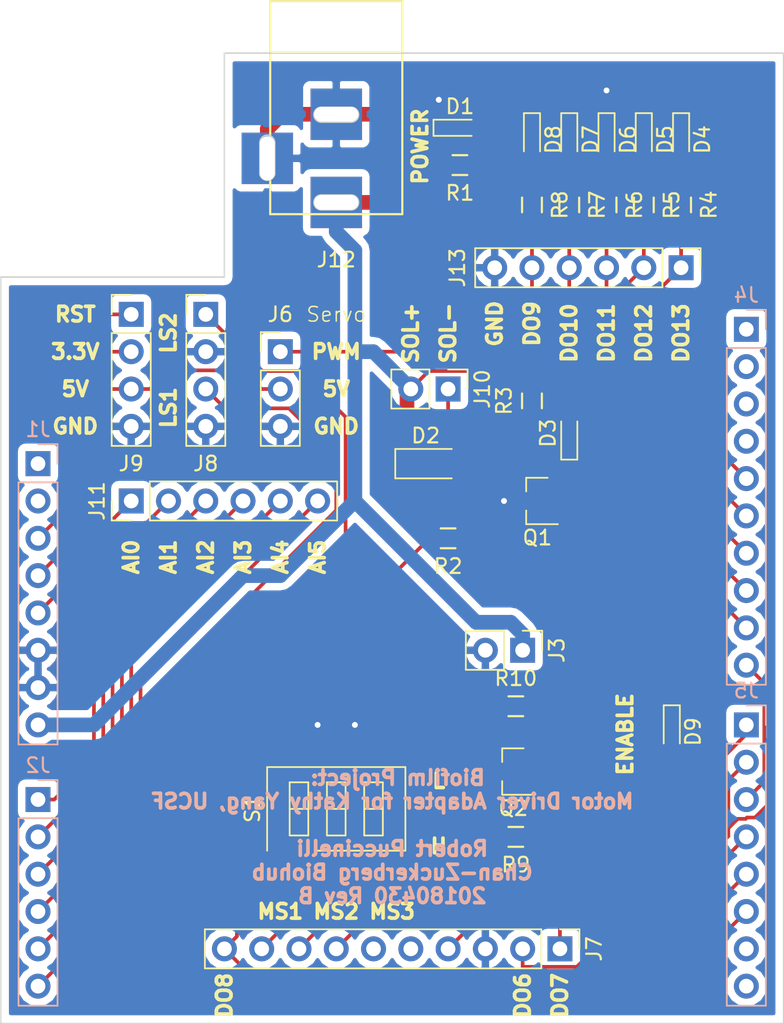
<source format=kicad_pcb>
(kicad_pcb (version 4) (host pcbnew 4.0.7)

  (general
    (links 73)
    (no_connects 0)
    (area 25.349999 50.749999 78.790001 116.890001)
    (thickness 1.6)
    (drawings 53)
    (tracks 234)
    (zones 0)
    (modules 35)
    (nets 40)
  )

  (page A4)
  (layers
    (0 F.Cu signal)
    (31 B.Cu signal)
    (32 B.Adhes user)
    (33 F.Adhes user)
    (34 B.Paste user)
    (35 F.Paste user)
    (36 B.SilkS user hide)
    (37 F.SilkS user)
    (38 B.Mask user)
    (39 F.Mask user)
    (40 Dwgs.User user)
    (41 Cmts.User user)
    (42 Eco1.User user)
    (43 Eco2.User user)
    (44 Edge.Cuts user)
    (45 Margin user)
    (46 B.CrtYd user)
    (47 F.CrtYd user)
    (48 B.Fab user hide)
    (49 F.Fab user hide)
  )

  (setup
    (last_trace_width 0.25)
    (trace_clearance 0.25)
    (zone_clearance 0.508)
    (zone_45_only no)
    (trace_min 0.25)
    (segment_width 0.2)
    (edge_width 0.1)
    (via_size 0.6)
    (via_drill 0.4)
    (via_min_size 0.4)
    (via_min_drill 0.3)
    (uvia_size 0.3)
    (uvia_drill 0.1)
    (uvias_allowed no)
    (uvia_min_size 0.2)
    (uvia_min_drill 0.1)
    (pcb_text_width 0.3)
    (pcb_text_size 1.5 1.5)
    (mod_edge_width 0.15)
    (mod_text_size 1 1)
    (mod_text_width 0.15)
    (pad_size 1.5 1.5)
    (pad_drill 0.6)
    (pad_to_mask_clearance 0)
    (aux_axis_origin 0 0)
    (visible_elements FFFFFF7F)
    (pcbplotparams
      (layerselection 0x00030_80000001)
      (usegerberextensions false)
      (excludeedgelayer true)
      (linewidth 0.100000)
      (plotframeref false)
      (viasonmask false)
      (mode 1)
      (useauxorigin false)
      (hpglpennumber 1)
      (hpglpenspeed 20)
      (hpglpendiameter 15)
      (hpglpenoverlay 2)
      (psnegative false)
      (psa4output false)
      (plotreference true)
      (plotvalue true)
      (plotinvisibletext false)
      (padsonsilk false)
      (subtractmaskfromsilk false)
      (outputformat 1)
      (mirror false)
      (drillshape 1)
      (scaleselection 1)
      (outputdirectory ""))
  )

  (net 0 "")
  (net 1 /RESET)
  (net 2 /3.3_OUT)
  (net 3 /5V_OUT)
  (net 4 GND)
  (net 5 +12V)
  (net 6 /AI0)
  (net 7 /AI1)
  (net 8 /AI2)
  (net 9 /AI3)
  (net 10 /AI4)
  (net 11 /AI5)
  (net 12 /ENABLE)
  (net 13 /STEP)
  (net 14 /DIR)
  (net 15 /MS3)
  (net 16 /MS2)
  (net 17 /MS1)
  (net 18 /DO1)
  (net 19 /DO0)
  (net 20 /SERVO_PWM)
  (net 21 /LS2_PULLUP)
  (net 22 /LS1_PULLUP)
  (net 23 /DO2)
  (net 24 /DO3)
  (net 25 /DO4)
  (net 26 /SOL_BASE)
  (net 27 "Net-(D1-Pad2)")
  (net 28 "Net-(Q1-Pad1)")
  (net 29 "Net-(D2-Pad2)")
  (net 30 "Net-(D3-Pad2)")
  (net 31 "Net-(D4-Pad2)")
  (net 32 "Net-(D5-Pad2)")
  (net 33 "Net-(D6-Pad2)")
  (net 34 "Net-(D7-Pad2)")
  (net 35 "Net-(D8-Pad2)")
  (net 36 "Net-(D9-Pad2)")
  (net 37 "Net-(D9-Pad1)")
  (net 38 /MC_5V)
  (net 39 "Net-(Q2-Pad1)")

  (net_class Default "This is the default net class."
    (clearance 0.25)
    (trace_width 0.25)
    (via_dia 0.6)
    (via_drill 0.4)
    (uvia_dia 0.3)
    (uvia_drill 0.1)
    (add_net +12V)
    (add_net /3.3_OUT)
    (add_net /5V_OUT)
    (add_net /AI0)
    (add_net /AI1)
    (add_net /AI2)
    (add_net /AI3)
    (add_net /AI4)
    (add_net /AI5)
    (add_net /DIR)
    (add_net /DO0)
    (add_net /DO1)
    (add_net /DO2)
    (add_net /DO3)
    (add_net /DO4)
    (add_net /ENABLE)
    (add_net /LS1_PULLUP)
    (add_net /LS2_PULLUP)
    (add_net /MC_5V)
    (add_net /MS1)
    (add_net /MS2)
    (add_net /MS3)
    (add_net /RESET)
    (add_net /SERVO_PWM)
    (add_net /SOL_BASE)
    (add_net /STEP)
    (add_net GND)
    (add_net "Net-(D1-Pad2)")
    (add_net "Net-(D2-Pad2)")
    (add_net "Net-(D3-Pad2)")
    (add_net "Net-(D4-Pad2)")
    (add_net "Net-(D5-Pad2)")
    (add_net "Net-(D6-Pad2)")
    (add_net "Net-(D7-Pad2)")
    (add_net "Net-(D8-Pad2)")
    (add_net "Net-(D9-Pad1)")
    (add_net "Net-(D9-Pad2)")
    (add_net "Net-(Q1-Pad1)")
    (add_net "Net-(Q2-Pad1)")
  )

  (module Pin_Headers:Pin_Header_Straight_1x08_Pitch2.54mm (layer B.Cu) (tedit 59650532) (tstamp 5ADFBDDC)
    (at 27.94 78.74 180)
    (descr "Through hole straight pin header, 1x08, 2.54mm pitch, single row")
    (tags "Through hole pin header THT 1x08 2.54mm single row")
    (path /5ADA4D02)
    (fp_text reference J1 (at 0 2.33 180) (layer B.SilkS)
      (effects (font (size 1 1) (thickness 0.15)) (justify mirror))
    )
    (fp_text value "Arduino TL" (at 0 -20.11 180) (layer B.Fab)
      (effects (font (size 1 1) (thickness 0.15)) (justify mirror))
    )
    (fp_line (start -0.635 1.27) (end 1.27 1.27) (layer B.Fab) (width 0.1))
    (fp_line (start 1.27 1.27) (end 1.27 -19.05) (layer B.Fab) (width 0.1))
    (fp_line (start 1.27 -19.05) (end -1.27 -19.05) (layer B.Fab) (width 0.1))
    (fp_line (start -1.27 -19.05) (end -1.27 0.635) (layer B.Fab) (width 0.1))
    (fp_line (start -1.27 0.635) (end -0.635 1.27) (layer B.Fab) (width 0.1))
    (fp_line (start -1.33 -19.11) (end 1.33 -19.11) (layer B.SilkS) (width 0.12))
    (fp_line (start -1.33 -1.27) (end -1.33 -19.11) (layer B.SilkS) (width 0.12))
    (fp_line (start 1.33 -1.27) (end 1.33 -19.11) (layer B.SilkS) (width 0.12))
    (fp_line (start -1.33 -1.27) (end 1.33 -1.27) (layer B.SilkS) (width 0.12))
    (fp_line (start -1.33 0) (end -1.33 1.33) (layer B.SilkS) (width 0.12))
    (fp_line (start -1.33 1.33) (end 0 1.33) (layer B.SilkS) (width 0.12))
    (fp_line (start -1.8 1.8) (end -1.8 -19.55) (layer B.CrtYd) (width 0.05))
    (fp_line (start -1.8 -19.55) (end 1.8 -19.55) (layer B.CrtYd) (width 0.05))
    (fp_line (start 1.8 -19.55) (end 1.8 1.8) (layer B.CrtYd) (width 0.05))
    (fp_line (start 1.8 1.8) (end -1.8 1.8) (layer B.CrtYd) (width 0.05))
    (fp_text user %R (at 0 -8.89 450) (layer B.Fab)
      (effects (font (size 1 1) (thickness 0.15)) (justify mirror))
    )
    (pad 1 thru_hole rect (at 0 0 180) (size 1.7 1.7) (drill 1) (layers *.Cu *.Mask))
    (pad 2 thru_hole oval (at 0 -2.54 180) (size 1.7 1.7) (drill 1) (layers *.Cu *.Mask))
    (pad 3 thru_hole oval (at 0 -5.08 180) (size 1.7 1.7) (drill 1) (layers *.Cu *.Mask)
      (net 1 /RESET))
    (pad 4 thru_hole oval (at 0 -7.62 180) (size 1.7 1.7) (drill 1) (layers *.Cu *.Mask)
      (net 2 /3.3_OUT))
    (pad 5 thru_hole oval (at 0 -10.16 180) (size 1.7 1.7) (drill 1) (layers *.Cu *.Mask)
      (net 3 /5V_OUT))
    (pad 6 thru_hole oval (at 0 -12.7 180) (size 1.7 1.7) (drill 1) (layers *.Cu *.Mask)
      (net 4 GND))
    (pad 7 thru_hole oval (at 0 -15.24 180) (size 1.7 1.7) (drill 1) (layers *.Cu *.Mask)
      (net 4 GND))
    (pad 8 thru_hole oval (at 0 -17.78 180) (size 1.7 1.7) (drill 1) (layers *.Cu *.Mask)
      (net 5 +12V))
    (model ${KISYS3DMOD}/Pin_Headers.3dshapes/Pin_Header_Straight_1x08_Pitch2.54mm.wrl
      (at (xyz 0 0 0))
      (scale (xyz 1 1 1))
      (rotate (xyz 0 0 0))
    )
  )

  (module Pin_Headers:Pin_Header_Straight_1x06_Pitch2.54mm (layer B.Cu) (tedit 59650532) (tstamp 5ADFBDE6)
    (at 27.94 101.6 180)
    (descr "Through hole straight pin header, 1x06, 2.54mm pitch, single row")
    (tags "Through hole pin header THT 1x06 2.54mm single row")
    (path /5ADA4D5B)
    (fp_text reference J2 (at 0 2.33 180) (layer B.SilkS)
      (effects (font (size 1 1) (thickness 0.15)) (justify mirror))
    )
    (fp_text value "Arduino BL" (at 0 -15.03 180) (layer B.Fab)
      (effects (font (size 1 1) (thickness 0.15)) (justify mirror))
    )
    (fp_line (start -0.635 1.27) (end 1.27 1.27) (layer B.Fab) (width 0.1))
    (fp_line (start 1.27 1.27) (end 1.27 -13.97) (layer B.Fab) (width 0.1))
    (fp_line (start 1.27 -13.97) (end -1.27 -13.97) (layer B.Fab) (width 0.1))
    (fp_line (start -1.27 -13.97) (end -1.27 0.635) (layer B.Fab) (width 0.1))
    (fp_line (start -1.27 0.635) (end -0.635 1.27) (layer B.Fab) (width 0.1))
    (fp_line (start -1.33 -14.03) (end 1.33 -14.03) (layer B.SilkS) (width 0.12))
    (fp_line (start -1.33 -1.27) (end -1.33 -14.03) (layer B.SilkS) (width 0.12))
    (fp_line (start 1.33 -1.27) (end 1.33 -14.03) (layer B.SilkS) (width 0.12))
    (fp_line (start -1.33 -1.27) (end 1.33 -1.27) (layer B.SilkS) (width 0.12))
    (fp_line (start -1.33 0) (end -1.33 1.33) (layer B.SilkS) (width 0.12))
    (fp_line (start -1.33 1.33) (end 0 1.33) (layer B.SilkS) (width 0.12))
    (fp_line (start -1.8 1.8) (end -1.8 -14.5) (layer B.CrtYd) (width 0.05))
    (fp_line (start -1.8 -14.5) (end 1.8 -14.5) (layer B.CrtYd) (width 0.05))
    (fp_line (start 1.8 -14.5) (end 1.8 1.8) (layer B.CrtYd) (width 0.05))
    (fp_line (start 1.8 1.8) (end -1.8 1.8) (layer B.CrtYd) (width 0.05))
    (fp_text user %R (at 0 -6.35 450) (layer B.Fab)
      (effects (font (size 1 1) (thickness 0.15)) (justify mirror))
    )
    (pad 1 thru_hole rect (at 0 0 180) (size 1.7 1.7) (drill 1) (layers *.Cu *.Mask)
      (net 6 /AI0))
    (pad 2 thru_hole oval (at 0 -2.54 180) (size 1.7 1.7) (drill 1) (layers *.Cu *.Mask)
      (net 7 /AI1))
    (pad 3 thru_hole oval (at 0 -5.08 180) (size 1.7 1.7) (drill 1) (layers *.Cu *.Mask)
      (net 8 /AI2))
    (pad 4 thru_hole oval (at 0 -7.62 180) (size 1.7 1.7) (drill 1) (layers *.Cu *.Mask)
      (net 9 /AI3))
    (pad 5 thru_hole oval (at 0 -10.16 180) (size 1.7 1.7) (drill 1) (layers *.Cu *.Mask)
      (net 10 /AI4))
    (pad 6 thru_hole oval (at 0 -12.7 180) (size 1.7 1.7) (drill 1) (layers *.Cu *.Mask)
      (net 11 /AI5))
    (model ${KISYS3DMOD}/Pin_Headers.3dshapes/Pin_Header_Straight_1x06_Pitch2.54mm.wrl
      (at (xyz 0 0 0))
      (scale (xyz 1 1 1))
      (rotate (xyz 0 0 0))
    )
  )

  (module Socket_Strips:Socket_Strip_Straight_1x02_Pitch2.54mm (layer F.Cu) (tedit 58CD5446) (tstamp 5ADFBDEC)
    (at 60.96 91.44 270)
    (descr "Through hole straight socket strip, 1x02, 2.54mm pitch, single row")
    (tags "Through hole socket strip THT 1x02 2.54mm single row")
    (path /5ADA4831)
    (fp_text reference J3 (at 0 -2.33 270) (layer F.SilkS)
      (effects (font (size 1 1) (thickness 0.15)))
    )
    (fp_text value "Motor Power" (at 0 4.87 270) (layer F.Fab)
      (effects (font (size 1 1) (thickness 0.15)))
    )
    (fp_line (start -1.27 -1.27) (end -1.27 3.81) (layer F.Fab) (width 0.1))
    (fp_line (start -1.27 3.81) (end 1.27 3.81) (layer F.Fab) (width 0.1))
    (fp_line (start 1.27 3.81) (end 1.27 -1.27) (layer F.Fab) (width 0.1))
    (fp_line (start 1.27 -1.27) (end -1.27 -1.27) (layer F.Fab) (width 0.1))
    (fp_line (start -1.33 1.27) (end -1.33 3.87) (layer F.SilkS) (width 0.12))
    (fp_line (start -1.33 3.87) (end 1.33 3.87) (layer F.SilkS) (width 0.12))
    (fp_line (start 1.33 3.87) (end 1.33 1.27) (layer F.SilkS) (width 0.12))
    (fp_line (start 1.33 1.27) (end -1.33 1.27) (layer F.SilkS) (width 0.12))
    (fp_line (start -1.33 0) (end -1.33 -1.33) (layer F.SilkS) (width 0.12))
    (fp_line (start -1.33 -1.33) (end 0 -1.33) (layer F.SilkS) (width 0.12))
    (fp_line (start -1.8 -1.8) (end -1.8 4.35) (layer F.CrtYd) (width 0.05))
    (fp_line (start -1.8 4.35) (end 1.8 4.35) (layer F.CrtYd) (width 0.05))
    (fp_line (start 1.8 4.35) (end 1.8 -1.8) (layer F.CrtYd) (width 0.05))
    (fp_line (start 1.8 -1.8) (end -1.8 -1.8) (layer F.CrtYd) (width 0.05))
    (fp_text user %R (at 0 -2.33 270) (layer F.Fab)
      (effects (font (size 1 1) (thickness 0.15)))
    )
    (pad 1 thru_hole rect (at 0 0 270) (size 1.7 1.7) (drill 1) (layers *.Cu *.Mask)
      (net 5 +12V))
    (pad 2 thru_hole oval (at 0 2.54 270) (size 1.7 1.7) (drill 1) (layers *.Cu *.Mask)
      (net 4 GND))
    (model ${KISYS3DMOD}/Socket_Strips.3dshapes/Socket_Strip_Straight_1x02_Pitch2.54mm.wrl
      (at (xyz 0 -0.05 0))
      (scale (xyz 1 1 1))
      (rotate (xyz 0 0 270))
    )
  )

  (module Pin_Headers:Pin_Header_Straight_1x10_Pitch2.54mm (layer B.Cu) (tedit 59650532) (tstamp 5ADFBDFA)
    (at 76.2 69.596 180)
    (descr "Through hole straight pin header, 1x10, 2.54mm pitch, single row")
    (tags "Through hole pin header THT 1x10 2.54mm single row")
    (path /5ADA4AF1)
    (fp_text reference J4 (at 0 2.33 180) (layer B.SilkS)
      (effects (font (size 1 1) (thickness 0.15)) (justify mirror))
    )
    (fp_text value "Arduino TR" (at 0 -25.19 180) (layer B.Fab)
      (effects (font (size 1 1) (thickness 0.15)) (justify mirror))
    )
    (fp_line (start -0.635 1.27) (end 1.27 1.27) (layer B.Fab) (width 0.1))
    (fp_line (start 1.27 1.27) (end 1.27 -24.13) (layer B.Fab) (width 0.1))
    (fp_line (start 1.27 -24.13) (end -1.27 -24.13) (layer B.Fab) (width 0.1))
    (fp_line (start -1.27 -24.13) (end -1.27 0.635) (layer B.Fab) (width 0.1))
    (fp_line (start -1.27 0.635) (end -0.635 1.27) (layer B.Fab) (width 0.1))
    (fp_line (start -1.33 -24.19) (end 1.33 -24.19) (layer B.SilkS) (width 0.12))
    (fp_line (start -1.33 -1.27) (end -1.33 -24.19) (layer B.SilkS) (width 0.12))
    (fp_line (start 1.33 -1.27) (end 1.33 -24.19) (layer B.SilkS) (width 0.12))
    (fp_line (start -1.33 -1.27) (end 1.33 -1.27) (layer B.SilkS) (width 0.12))
    (fp_line (start -1.33 0) (end -1.33 1.33) (layer B.SilkS) (width 0.12))
    (fp_line (start -1.33 1.33) (end 0 1.33) (layer B.SilkS) (width 0.12))
    (fp_line (start -1.8 1.8) (end -1.8 -24.65) (layer B.CrtYd) (width 0.05))
    (fp_line (start -1.8 -24.65) (end 1.8 -24.65) (layer B.CrtYd) (width 0.05))
    (fp_line (start 1.8 -24.65) (end 1.8 1.8) (layer B.CrtYd) (width 0.05))
    (fp_line (start 1.8 1.8) (end -1.8 1.8) (layer B.CrtYd) (width 0.05))
    (fp_text user %R (at 0 4.191 450) (layer B.Fab)
      (effects (font (size 1 1) (thickness 0.15)) (justify mirror))
    )
    (pad 1 thru_hole rect (at 0 0 180) (size 1.7 1.7) (drill 1) (layers *.Cu *.Mask))
    (pad 2 thru_hole oval (at 0 -2.54 180) (size 1.7 1.7) (drill 1) (layers *.Cu *.Mask))
    (pad 3 thru_hole oval (at 0 -5.08 180) (size 1.7 1.7) (drill 1) (layers *.Cu *.Mask))
    (pad 4 thru_hole oval (at 0 -7.62 180) (size 1.7 1.7) (drill 1) (layers *.Cu *.Mask))
    (pad 5 thru_hole oval (at 0 -10.16 180) (size 1.7 1.7) (drill 1) (layers *.Cu *.Mask)
      (net 19 /DO0))
    (pad 6 thru_hole oval (at 0 -12.7 180) (size 1.7 1.7) (drill 1) (layers *.Cu *.Mask)
      (net 18 /DO1))
    (pad 7 thru_hole oval (at 0 -15.24 180) (size 1.7 1.7) (drill 1) (layers *.Cu *.Mask)
      (net 23 /DO2))
    (pad 8 thru_hole oval (at 0 -17.78 180) (size 1.7 1.7) (drill 1) (layers *.Cu *.Mask)
      (net 24 /DO3))
    (pad 9 thru_hole oval (at 0 -20.32 180) (size 1.7 1.7) (drill 1) (layers *.Cu *.Mask)
      (net 25 /DO4))
    (pad 10 thru_hole oval (at 0 -22.86 180) (size 1.7 1.7) (drill 1) (layers *.Cu *.Mask)
      (net 12 /ENABLE))
    (model ${KISYS3DMOD}/Pin_Headers.3dshapes/Pin_Header_Straight_1x10_Pitch2.54mm.wrl
      (at (xyz 0 0 0))
      (scale (xyz 1 1 1))
      (rotate (xyz 0 0 0))
    )
  )

  (module Pin_Headers:Pin_Header_Straight_1x08_Pitch2.54mm (layer B.Cu) (tedit 59650532) (tstamp 5ADFBE06)
    (at 76.2 96.52 180)
    (descr "Through hole straight pin header, 1x08, 2.54mm pitch, single row")
    (tags "Through hole pin header THT 1x08 2.54mm single row")
    (path /5ADA4C96)
    (fp_text reference J5 (at 0 2.33 180) (layer B.SilkS)
      (effects (font (size 1 1) (thickness 0.15)) (justify mirror))
    )
    (fp_text value "Arduino BR" (at 0 -20.11 180) (layer B.Fab)
      (effects (font (size 1 1) (thickness 0.15)) (justify mirror))
    )
    (fp_line (start -0.635 1.27) (end 1.27 1.27) (layer B.Fab) (width 0.1))
    (fp_line (start 1.27 1.27) (end 1.27 -19.05) (layer B.Fab) (width 0.1))
    (fp_line (start 1.27 -19.05) (end -1.27 -19.05) (layer B.Fab) (width 0.1))
    (fp_line (start -1.27 -19.05) (end -1.27 0.635) (layer B.Fab) (width 0.1))
    (fp_line (start -1.27 0.635) (end -0.635 1.27) (layer B.Fab) (width 0.1))
    (fp_line (start -1.33 -19.11) (end 1.33 -19.11) (layer B.SilkS) (width 0.12))
    (fp_line (start -1.33 -1.27) (end -1.33 -19.11) (layer B.SilkS) (width 0.12))
    (fp_line (start 1.33 -1.27) (end 1.33 -19.11) (layer B.SilkS) (width 0.12))
    (fp_line (start -1.33 -1.27) (end 1.33 -1.27) (layer B.SilkS) (width 0.12))
    (fp_line (start -1.33 0) (end -1.33 1.33) (layer B.SilkS) (width 0.12))
    (fp_line (start -1.33 1.33) (end 0 1.33) (layer B.SilkS) (width 0.12))
    (fp_line (start -1.8 1.8) (end -1.8 -19.55) (layer B.CrtYd) (width 0.05))
    (fp_line (start -1.8 -19.55) (end 1.8 -19.55) (layer B.CrtYd) (width 0.05))
    (fp_line (start 1.8 -19.55) (end 1.8 1.8) (layer B.CrtYd) (width 0.05))
    (fp_line (start 1.8 1.8) (end -1.8 1.8) (layer B.CrtYd) (width 0.05))
    (fp_text user %R (at 0 -8.89 450) (layer B.Fab)
      (effects (font (size 1 1) (thickness 0.15)) (justify mirror))
    )
    (pad 1 thru_hole rect (at 0 0 180) (size 1.7 1.7) (drill 1) (layers *.Cu *.Mask)
      (net 13 /STEP))
    (pad 2 thru_hole oval (at 0 -2.54 180) (size 1.7 1.7) (drill 1) (layers *.Cu *.Mask)
      (net 14 /DIR))
    (pad 3 thru_hole oval (at 0 -5.08 180) (size 1.7 1.7) (drill 1) (layers *.Cu *.Mask)
      (net 20 /SERVO_PWM))
    (pad 4 thru_hole oval (at 0 -7.62 180) (size 1.7 1.7) (drill 1) (layers *.Cu *.Mask)
      (net 26 /SOL_BASE))
    (pad 5 thru_hole oval (at 0 -10.16 180) (size 1.7 1.7) (drill 1) (layers *.Cu *.Mask)
      (net 21 /LS2_PULLUP))
    (pad 6 thru_hole oval (at 0 -12.7 180) (size 1.7 1.7) (drill 1) (layers *.Cu *.Mask)
      (net 22 /LS1_PULLUP))
    (pad 7 thru_hole oval (at 0 -15.24 180) (size 1.7 1.7) (drill 1) (layers *.Cu *.Mask))
    (pad 8 thru_hole oval (at 0 -17.78 180) (size 1.7 1.7) (drill 1) (layers *.Cu *.Mask))
    (model ${KISYS3DMOD}/Pin_Headers.3dshapes/Pin_Header_Straight_1x08_Pitch2.54mm.wrl
      (at (xyz 0 0 0))
      (scale (xyz 1 1 1))
      (rotate (xyz 0 0 0))
    )
  )

  (module Pin_Headers:Pin_Header_Straight_1x03_Pitch2.54mm (layer F.Cu) (tedit 59650532) (tstamp 5ADFBE0D)
    (at 44.45 71.12)
    (descr "Through hole straight pin header, 1x03, 2.54mm pitch, single row")
    (tags "Through hole pin header THT 1x03 2.54mm single row")
    (path /5ADA6988)
    (fp_text reference J6 (at 0 -2.54) (layer F.SilkS)
      (effects (font (size 1 1) (thickness 0.15)))
    )
    (fp_text value Servo (at -2.54 2.54 90) (layer F.Fab)
      (effects (font (size 1 1) (thickness 0.15)))
    )
    (fp_line (start -0.635 -1.27) (end 1.27 -1.27) (layer F.Fab) (width 0.1))
    (fp_line (start 1.27 -1.27) (end 1.27 6.35) (layer F.Fab) (width 0.1))
    (fp_line (start 1.27 6.35) (end -1.27 6.35) (layer F.Fab) (width 0.1))
    (fp_line (start -1.27 6.35) (end -1.27 -0.635) (layer F.Fab) (width 0.1))
    (fp_line (start -1.27 -0.635) (end -0.635 -1.27) (layer F.Fab) (width 0.1))
    (fp_line (start -1.33 6.41) (end 1.33 6.41) (layer F.SilkS) (width 0.12))
    (fp_line (start -1.33 1.27) (end -1.33 6.41) (layer F.SilkS) (width 0.12))
    (fp_line (start 1.33 1.27) (end 1.33 6.41) (layer F.SilkS) (width 0.12))
    (fp_line (start -1.33 1.27) (end 1.33 1.27) (layer F.SilkS) (width 0.12))
    (fp_line (start -1.33 0) (end -1.33 -1.33) (layer F.SilkS) (width 0.12))
    (fp_line (start -1.33 -1.33) (end 0 -1.33) (layer F.SilkS) (width 0.12))
    (fp_line (start -1.8 -1.8) (end -1.8 6.85) (layer F.CrtYd) (width 0.05))
    (fp_line (start -1.8 6.85) (end 1.8 6.85) (layer F.CrtYd) (width 0.05))
    (fp_line (start 1.8 6.85) (end 1.8 -1.8) (layer F.CrtYd) (width 0.05))
    (fp_line (start 1.8 -1.8) (end -1.8 -1.8) (layer F.CrtYd) (width 0.05))
    (fp_text user %R (at 0 2.54 90) (layer F.Fab)
      (effects (font (size 1 1) (thickness 0.15)))
    )
    (pad 1 thru_hole rect (at 0 0) (size 1.7 1.7) (drill 1) (layers *.Cu *.Mask)
      (net 20 /SERVO_PWM))
    (pad 2 thru_hole oval (at 0 2.54) (size 1.7 1.7) (drill 1) (layers *.Cu *.Mask)
      (net 3 /5V_OUT))
    (pad 3 thru_hole oval (at 0 5.08) (size 1.7 1.7) (drill 1) (layers *.Cu *.Mask)
      (net 4 GND))
    (model ${KISYS3DMOD}/Pin_Headers.3dshapes/Pin_Header_Straight_1x03_Pitch2.54mm.wrl
      (at (xyz 0 0 0))
      (scale (xyz 1 1 1))
      (rotate (xyz 0 0 0))
    )
  )

  (module TO_SOT_Packages_SMD:SOT-23 (layer F.Cu) (tedit 583F39EB) (tstamp 5AE7A5D1)
    (at 61.96 81.28 180)
    (descr "SOT-23, Standard")
    (tags SOT-23)
    (path /5AE21918)
    (attr smd)
    (fp_text reference Q1 (at 0 -2.5 180) (layer F.SilkS)
      (effects (font (size 1 1) (thickness 0.15)))
    )
    (fp_text value Q_NPN_Darlington_BCE (at 0 2.5 180) (layer F.Fab)
      (effects (font (size 1 1) (thickness 0.15)))
    )
    (fp_line (start 0.76 1.58) (end 0.76 0.65) (layer F.SilkS) (width 0.12))
    (fp_line (start 0.76 -1.58) (end 0.76 -0.65) (layer F.SilkS) (width 0.12))
    (fp_line (start 0.7 -1.52) (end 0.7 1.52) (layer F.Fab) (width 0.15))
    (fp_line (start -0.7 1.52) (end 0.7 1.52) (layer F.Fab) (width 0.15))
    (fp_line (start -1.7 -1.75) (end 1.7 -1.75) (layer F.CrtYd) (width 0.05))
    (fp_line (start 1.7 -1.75) (end 1.7 1.75) (layer F.CrtYd) (width 0.05))
    (fp_line (start 1.7 1.75) (end -1.7 1.75) (layer F.CrtYd) (width 0.05))
    (fp_line (start -1.7 1.75) (end -1.7 -1.75) (layer F.CrtYd) (width 0.05))
    (fp_line (start 0.76 -1.58) (end -1.4 -1.58) (layer F.SilkS) (width 0.12))
    (fp_line (start -0.7 -1.52) (end 0.7 -1.52) (layer F.Fab) (width 0.15))
    (fp_line (start -0.7 -1.52) (end -0.7 1.52) (layer F.Fab) (width 0.15))
    (fp_line (start 0.76 1.58) (end -0.7 1.58) (layer F.SilkS) (width 0.12))
    (pad 1 smd rect (at -1 -0.95 180) (size 0.9 0.8) (layers F.Cu F.Paste F.Mask)
      (net 28 "Net-(Q1-Pad1)"))
    (pad 2 smd rect (at -1 0.95 180) (size 0.9 0.8) (layers F.Cu F.Paste F.Mask)
      (net 29 "Net-(D2-Pad2)"))
    (pad 3 smd rect (at 1 0 180) (size 0.9 0.8) (layers F.Cu F.Paste F.Mask)
      (net 4 GND))
    (model TO_SOT_Packages_SMD.3dshapes/SOT-23.wrl
      (at (xyz 0 0 0))
      (scale (xyz 1 1 1))
      (rotate (xyz 0 0 90))
    )
  )

  (module Buttons_Switches_SMD:SW_DIP_x3_W8.61mm_Slide_LowProfile (layer F.Cu) (tedit 586545EC) (tstamp 5AE7A5E1)
    (at 48.26 102.235 90)
    (descr "3x-dip-switch, Slide, row spacing 8.61 mm (338 mils), SMD, LowProfile")
    (tags "DIP Switch Slide 8.61mm 338mil SMD LowProfile")
    (path /5AE23C17)
    (attr smd)
    (fp_text reference S1 (at 0 -5.71 90) (layer F.SilkS)
      (effects (font (size 1 1) (thickness 0.15)))
    )
    (fp_text value Dip_Switch_3 (at 0 5.71 90) (layer F.Fab)
      (effects (font (size 1 1) (thickness 0.15)))
    )
    (fp_line (start -2.34 -4.59) (end 3.34 -4.59) (layer F.Fab) (width 0.1))
    (fp_line (start 3.34 -4.59) (end 3.34 4.59) (layer F.Fab) (width 0.1))
    (fp_line (start 3.34 4.59) (end -3.34 4.59) (layer F.Fab) (width 0.1))
    (fp_line (start -3.34 4.59) (end -3.34 -3.59) (layer F.Fab) (width 0.1))
    (fp_line (start -3.34 -3.59) (end -2.34 -4.59) (layer F.Fab) (width 0.1))
    (fp_line (start -1.81 -3.175) (end -1.81 -1.905) (layer F.Fab) (width 0.1))
    (fp_line (start -1.81 -1.905) (end 1.81 -1.905) (layer F.Fab) (width 0.1))
    (fp_line (start 1.81 -1.905) (end 1.81 -3.175) (layer F.Fab) (width 0.1))
    (fp_line (start 1.81 -3.175) (end -1.81 -3.175) (layer F.Fab) (width 0.1))
    (fp_line (start 0 -3.175) (end 0 -1.905) (layer F.Fab) (width 0.1))
    (fp_line (start -1.81 -0.635) (end -1.81 0.635) (layer F.Fab) (width 0.1))
    (fp_line (start -1.81 0.635) (end 1.81 0.635) (layer F.Fab) (width 0.1))
    (fp_line (start 1.81 0.635) (end 1.81 -0.635) (layer F.Fab) (width 0.1))
    (fp_line (start 1.81 -0.635) (end -1.81 -0.635) (layer F.Fab) (width 0.1))
    (fp_line (start 0 -0.635) (end 0 0.635) (layer F.Fab) (width 0.1))
    (fp_line (start -1.81 1.905) (end -1.81 3.175) (layer F.Fab) (width 0.1))
    (fp_line (start -1.81 3.175) (end 1.81 3.175) (layer F.Fab) (width 0.1))
    (fp_line (start 1.81 3.175) (end 1.81 1.905) (layer F.Fab) (width 0.1))
    (fp_line (start 1.81 1.905) (end -1.81 1.905) (layer F.Fab) (width 0.1))
    (fp_line (start 0 1.905) (end 0 3.175) (layer F.Fab) (width 0.1))
    (fp_line (start -2.845 -4.71) (end 2.845 -4.71) (layer F.SilkS) (width 0.12))
    (fp_line (start 2.845 -4.71) (end 2.845 4.71) (layer F.SilkS) (width 0.12))
    (fp_line (start 2.845 4.71) (end -2.845 4.71) (layer F.SilkS) (width 0.12))
    (fp_line (start -2.845 4.71) (end -2.845 -1.27) (layer F.SilkS) (width 0.12))
    (fp_line (start -1.81 -3.175) (end -1.81 -1.905) (layer F.SilkS) (width 0.12))
    (fp_line (start -1.81 -1.905) (end 1.81 -1.905) (layer F.SilkS) (width 0.12))
    (fp_line (start 1.81 -1.905) (end 1.81 -3.175) (layer F.SilkS) (width 0.12))
    (fp_line (start 1.81 -3.175) (end -1.81 -3.175) (layer F.SilkS) (width 0.12))
    (fp_line (start 0 -3.175) (end 0 -1.905) (layer F.SilkS) (width 0.12))
    (fp_line (start -1.81 -0.635) (end -1.81 0.635) (layer F.SilkS) (width 0.12))
    (fp_line (start -1.81 0.635) (end 1.81 0.635) (layer F.SilkS) (width 0.12))
    (fp_line (start 1.81 0.635) (end 1.81 -0.635) (layer F.SilkS) (width 0.12))
    (fp_line (start 1.81 -0.635) (end -1.81 -0.635) (layer F.SilkS) (width 0.12))
    (fp_line (start 0 -0.635) (end 0 0.635) (layer F.SilkS) (width 0.12))
    (fp_line (start -1.81 1.905) (end -1.81 3.175) (layer F.SilkS) (width 0.12))
    (fp_line (start -1.81 3.175) (end 1.81 3.175) (layer F.SilkS) (width 0.12))
    (fp_line (start 1.81 3.175) (end 1.81 1.905) (layer F.SilkS) (width 0.12))
    (fp_line (start 1.81 1.905) (end -1.81 1.905) (layer F.SilkS) (width 0.12))
    (fp_line (start 0 1.905) (end 0 3.175) (layer F.SilkS) (width 0.12))
    (fp_line (start -5.8 -5) (end -5.8 5) (layer F.CrtYd) (width 0.05))
    (fp_line (start -5.8 5) (end 5.8 5) (layer F.CrtYd) (width 0.05))
    (fp_line (start 5.8 5) (end 5.8 -5) (layer F.CrtYd) (width 0.05))
    (fp_line (start 5.8 -5) (end -5.8 -5) (layer F.CrtYd) (width 0.05))
    (pad 1 smd rect (at -4.305 -2.54 90) (size 2.44 1.12) (layers F.Cu F.Mask)
      (net 17 /MS1))
    (pad 4 smd rect (at 4.305 2.54 90) (size 2.44 1.12) (layers F.Cu F.Mask)
      (net 4 GND))
    (pad 2 smd rect (at -4.305 0 90) (size 2.44 1.12) (layers F.Cu F.Mask)
      (net 16 /MS2))
    (pad 5 smd rect (at 4.305 0 90) (size 2.44 1.12) (layers F.Cu F.Mask)
      (net 4 GND))
    (pad 3 smd rect (at -4.305 2.54 90) (size 2.44 1.12) (layers F.Cu F.Mask)
      (net 15 /MS3))
    (pad 6 smd rect (at 4.305 -2.54 90) (size 2.44 1.12) (layers F.Cu F.Mask)
      (net 4 GND))
    (model Buttons_Switches.3dshapes/SW_DIP_x3_W8.61mm_Slide_LowProfile.wrl
      (at (xyz 0 0 0))
      (scale (xyz 1 1 1))
      (rotate (xyz 0 0 90))
    )
  )

  (module Pin_Headers:Pin_Header_Straight_1x06_Pitch2.54mm (layer F.Cu) (tedit 59650532) (tstamp 5AED0BF7)
    (at 71.755 65.405 270)
    (descr "Through hole straight pin header, 1x06, 2.54mm pitch, single row")
    (tags "Through hole pin header THT 1x06 2.54mm single row")
    (path /5AE35E1C)
    (fp_text reference J13 (at 0 15.24 270) (layer F.SilkS)
      (effects (font (size 1 1) (thickness 0.15)))
    )
    (fp_text value "Digital Out" (at 0 15.03 270) (layer F.Fab)
      (effects (font (size 1 1) (thickness 0.15)))
    )
    (fp_line (start -0.635 -1.27) (end 1.27 -1.27) (layer F.Fab) (width 0.1))
    (fp_line (start 1.27 -1.27) (end 1.27 13.97) (layer F.Fab) (width 0.1))
    (fp_line (start 1.27 13.97) (end -1.27 13.97) (layer F.Fab) (width 0.1))
    (fp_line (start -1.27 13.97) (end -1.27 -0.635) (layer F.Fab) (width 0.1))
    (fp_line (start -1.27 -0.635) (end -0.635 -1.27) (layer F.Fab) (width 0.1))
    (fp_line (start -1.33 14.03) (end 1.33 14.03) (layer F.SilkS) (width 0.12))
    (fp_line (start -1.33 1.27) (end -1.33 14.03) (layer F.SilkS) (width 0.12))
    (fp_line (start 1.33 1.27) (end 1.33 14.03) (layer F.SilkS) (width 0.12))
    (fp_line (start -1.33 1.27) (end 1.33 1.27) (layer F.SilkS) (width 0.12))
    (fp_line (start -1.33 0) (end -1.33 -1.33) (layer F.SilkS) (width 0.12))
    (fp_line (start -1.33 -1.33) (end 0 -1.33) (layer F.SilkS) (width 0.12))
    (fp_line (start -1.8 -1.8) (end -1.8 14.5) (layer F.CrtYd) (width 0.05))
    (fp_line (start -1.8 14.5) (end 1.8 14.5) (layer F.CrtYd) (width 0.05))
    (fp_line (start 1.8 14.5) (end 1.8 -1.8) (layer F.CrtYd) (width 0.05))
    (fp_line (start 1.8 -1.8) (end -1.8 -1.8) (layer F.CrtYd) (width 0.05))
    (fp_text user %R (at 0 6.35 360) (layer F.Fab)
      (effects (font (size 1 1) (thickness 0.15)))
    )
    (pad 1 thru_hole rect (at 0 0 270) (size 1.7 1.7) (drill 1) (layers *.Cu *.Mask)
      (net 19 /DO0))
    (pad 2 thru_hole oval (at 0 2.54 270) (size 1.7 1.7) (drill 1) (layers *.Cu *.Mask)
      (net 18 /DO1))
    (pad 3 thru_hole oval (at 0 5.08 270) (size 1.7 1.7) (drill 1) (layers *.Cu *.Mask)
      (net 23 /DO2))
    (pad 4 thru_hole oval (at 0 7.62 270) (size 1.7 1.7) (drill 1) (layers *.Cu *.Mask)
      (net 24 /DO3))
    (pad 5 thru_hole oval (at 0 10.16 270) (size 1.7 1.7) (drill 1) (layers *.Cu *.Mask)
      (net 25 /DO4))
    (pad 6 thru_hole oval (at 0 12.7 270) (size 1.7 1.7) (drill 1) (layers *.Cu *.Mask)
      (net 4 GND))
    (model ${KISYS3DMOD}/Pin_Headers.3dshapes/Pin_Header_Straight_1x06_Pitch2.54mm.wrl
      (at (xyz 0 0 0))
      (scale (xyz 1 1 1))
      (rotate (xyz 0 0 0))
    )
  )

  (module Pin_Headers:Pin_Header_Straight_1x06_Pitch2.54mm (layer F.Cu) (tedit 59650532) (tstamp 5AED0C44)
    (at 34.29 81.28 90)
    (descr "Through hole straight pin header, 1x06, 2.54mm pitch, single row")
    (tags "Through hole pin header THT 1x06 2.54mm single row")
    (path /5AE35C87)
    (fp_text reference J11 (at 0 -2.33 90) (layer F.SilkS)
      (effects (font (size 1 1) (thickness 0.15)))
    )
    (fp_text value "Analog In" (at 0 15.03 90) (layer F.Fab)
      (effects (font (size 1 1) (thickness 0.15)))
    )
    (fp_line (start -0.635 -1.27) (end 1.27 -1.27) (layer F.Fab) (width 0.1))
    (fp_line (start 1.27 -1.27) (end 1.27 13.97) (layer F.Fab) (width 0.1))
    (fp_line (start 1.27 13.97) (end -1.27 13.97) (layer F.Fab) (width 0.1))
    (fp_line (start -1.27 13.97) (end -1.27 -0.635) (layer F.Fab) (width 0.1))
    (fp_line (start -1.27 -0.635) (end -0.635 -1.27) (layer F.Fab) (width 0.1))
    (fp_line (start -1.33 14.03) (end 1.33 14.03) (layer F.SilkS) (width 0.12))
    (fp_line (start -1.33 1.27) (end -1.33 14.03) (layer F.SilkS) (width 0.12))
    (fp_line (start 1.33 1.27) (end 1.33 14.03) (layer F.SilkS) (width 0.12))
    (fp_line (start -1.33 1.27) (end 1.33 1.27) (layer F.SilkS) (width 0.12))
    (fp_line (start -1.33 0) (end -1.33 -1.33) (layer F.SilkS) (width 0.12))
    (fp_line (start -1.33 -1.33) (end 0 -1.33) (layer F.SilkS) (width 0.12))
    (fp_line (start -1.8 -1.8) (end -1.8 14.5) (layer F.CrtYd) (width 0.05))
    (fp_line (start -1.8 14.5) (end 1.8 14.5) (layer F.CrtYd) (width 0.05))
    (fp_line (start 1.8 14.5) (end 1.8 -1.8) (layer F.CrtYd) (width 0.05))
    (fp_line (start 1.8 -1.8) (end -1.8 -1.8) (layer F.CrtYd) (width 0.05))
    (fp_text user %R (at 0 6.35 180) (layer F.Fab)
      (effects (font (size 1 1) (thickness 0.15)))
    )
    (pad 1 thru_hole rect (at 0 0 90) (size 1.7 1.7) (drill 1) (layers *.Cu *.Mask)
      (net 6 /AI0))
    (pad 2 thru_hole oval (at 0 2.54 90) (size 1.7 1.7) (drill 1) (layers *.Cu *.Mask)
      (net 7 /AI1))
    (pad 3 thru_hole oval (at 0 5.08 90) (size 1.7 1.7) (drill 1) (layers *.Cu *.Mask)
      (net 8 /AI2))
    (pad 4 thru_hole oval (at 0 7.62 90) (size 1.7 1.7) (drill 1) (layers *.Cu *.Mask)
      (net 9 /AI3))
    (pad 5 thru_hole oval (at 0 10.16 90) (size 1.7 1.7) (drill 1) (layers *.Cu *.Mask)
      (net 10 /AI4))
    (pad 6 thru_hole oval (at 0 12.7 90) (size 1.7 1.7) (drill 1) (layers *.Cu *.Mask)
      (net 11 /AI5))
    (model ${KISYS3DMOD}/Pin_Headers.3dshapes/Pin_Header_Straight_1x06_Pitch2.54mm.wrl
      (at (xyz 0 0 0))
      (scale (xyz 1 1 1))
      (rotate (xyz 0 0 0))
    )
  )

  (module Diodes_SMD:D_SOD-123F (layer F.Cu) (tedit 587F7769) (tstamp 5AE79665)
    (at 54.48 78.74)
    (descr D_SOD-123F)
    (tags D_SOD-123F)
    (path /5AE2215E)
    (attr smd)
    (fp_text reference D2 (at -0.127 -1.905) (layer F.SilkS)
      (effects (font (size 1 1) (thickness 0.15)))
    )
    (fp_text value D (at 0 2.1) (layer F.Fab)
      (effects (font (size 1 1) (thickness 0.15)))
    )
    (fp_text user %R (at -0.127 -1.905) (layer F.Fab)
      (effects (font (size 1 1) (thickness 0.15)))
    )
    (fp_line (start -2.2 -1) (end -2.2 1) (layer F.SilkS) (width 0.12))
    (fp_line (start 0.25 0) (end 0.75 0) (layer F.Fab) (width 0.1))
    (fp_line (start 0.25 0.4) (end -0.35 0) (layer F.Fab) (width 0.1))
    (fp_line (start 0.25 -0.4) (end 0.25 0.4) (layer F.Fab) (width 0.1))
    (fp_line (start -0.35 0) (end 0.25 -0.4) (layer F.Fab) (width 0.1))
    (fp_line (start -0.35 0) (end -0.35 0.55) (layer F.Fab) (width 0.1))
    (fp_line (start -0.35 0) (end -0.35 -0.55) (layer F.Fab) (width 0.1))
    (fp_line (start -0.75 0) (end -0.35 0) (layer F.Fab) (width 0.1))
    (fp_line (start -1.4 0.9) (end -1.4 -0.9) (layer F.Fab) (width 0.1))
    (fp_line (start 1.4 0.9) (end -1.4 0.9) (layer F.Fab) (width 0.1))
    (fp_line (start 1.4 -0.9) (end 1.4 0.9) (layer F.Fab) (width 0.1))
    (fp_line (start -1.4 -0.9) (end 1.4 -0.9) (layer F.Fab) (width 0.1))
    (fp_line (start -2.2 -1.15) (end 2.2 -1.15) (layer F.CrtYd) (width 0.05))
    (fp_line (start 2.2 -1.15) (end 2.2 1.15) (layer F.CrtYd) (width 0.05))
    (fp_line (start 2.2 1.15) (end -2.2 1.15) (layer F.CrtYd) (width 0.05))
    (fp_line (start -2.2 -1.15) (end -2.2 1.15) (layer F.CrtYd) (width 0.05))
    (fp_line (start -2.2 1) (end 1.65 1) (layer F.SilkS) (width 0.12))
    (fp_line (start -2.2 -1) (end 1.65 -1) (layer F.SilkS) (width 0.12))
    (pad 1 smd rect (at -1.4 0) (size 1.1 1.1) (layers F.Cu F.Paste F.Mask)
      (net 5 +12V))
    (pad 2 smd rect (at 1.4 0) (size 1.1 1.1) (layers F.Cu F.Paste F.Mask)
      (net 29 "Net-(D2-Pad2)"))
    (model ${KISYS3DMOD}/Diodes_SMD.3dshapes/D_SOD-123F.wrl
      (at (xyz 0 0 0))
      (scale (xyz 1 1 1))
      (rotate (xyz 0 0 0))
    )
  )

  (module LEDs:LED_0603_HandSoldering (layer F.Cu) (tedit 595FC9C0) (tstamp 5AE7966B)
    (at 64.135 76.665 90)
    (descr "LED SMD 0603, hand soldering")
    (tags "LED 0603")
    (path /5AE7B04D)
    (attr smd)
    (fp_text reference D3 (at 0 -1.45 90) (layer F.SilkS)
      (effects (font (size 1 1) (thickness 0.15)))
    )
    (fp_text value LED (at 0 1.55 90) (layer F.Fab)
      (effects (font (size 1 1) (thickness 0.15)))
    )
    (fp_line (start -1.8 -0.55) (end -1.8 0.55) (layer F.SilkS) (width 0.12))
    (fp_line (start -0.2 -0.2) (end -0.2 0.2) (layer F.Fab) (width 0.1))
    (fp_line (start -0.15 0) (end 0.15 -0.2) (layer F.Fab) (width 0.1))
    (fp_line (start 0.15 0.2) (end -0.15 0) (layer F.Fab) (width 0.1))
    (fp_line (start 0.15 -0.2) (end 0.15 0.2) (layer F.Fab) (width 0.1))
    (fp_line (start 0.8 0.4) (end -0.8 0.4) (layer F.Fab) (width 0.1))
    (fp_line (start 0.8 -0.4) (end 0.8 0.4) (layer F.Fab) (width 0.1))
    (fp_line (start -0.8 -0.4) (end 0.8 -0.4) (layer F.Fab) (width 0.1))
    (fp_line (start -1.8 0.55) (end 0.8 0.55) (layer F.SilkS) (width 0.12))
    (fp_line (start -1.8 -0.55) (end 0.8 -0.55) (layer F.SilkS) (width 0.12))
    (fp_line (start -1.96 -0.7) (end 1.95 -0.7) (layer F.CrtYd) (width 0.05))
    (fp_line (start -1.96 -0.7) (end -1.96 0.7) (layer F.CrtYd) (width 0.05))
    (fp_line (start 1.95 0.7) (end 1.95 -0.7) (layer F.CrtYd) (width 0.05))
    (fp_line (start 1.95 0.7) (end -1.96 0.7) (layer F.CrtYd) (width 0.05))
    (fp_line (start -0.8 -0.4) (end -0.8 0.4) (layer F.Fab) (width 0.1))
    (pad 1 smd rect (at -1.1 0 90) (size 1.2 0.9) (layers F.Cu F.Paste F.Mask)
      (net 29 "Net-(D2-Pad2)"))
    (pad 2 smd rect (at 1.1 0 90) (size 1.2 0.9) (layers F.Cu F.Paste F.Mask)
      (net 30 "Net-(D3-Pad2)"))
    (model ${KISYS3DMOD}/LEDs.3dshapes/LED_0603.wrl
      (at (xyz 0 0 0))
      (scale (xyz 1 1 1))
      (rotate (xyz 0 0 180))
    )
  )

  (module LEDs:LED_0603_HandSoldering (layer F.Cu) (tedit 595FC9C0) (tstamp 5AE79671)
    (at 71.755 56.685 270)
    (descr "LED SMD 0603, hand soldering")
    (tags "LED 0603")
    (path /5AE79E1F)
    (attr smd)
    (fp_text reference D4 (at 0 -1.45 270) (layer F.SilkS)
      (effects (font (size 1 1) (thickness 0.15)))
    )
    (fp_text value LED (at 0 1.55 270) (layer F.Fab)
      (effects (font (size 1 1) (thickness 0.15)))
    )
    (fp_line (start -1.8 -0.55) (end -1.8 0.55) (layer F.SilkS) (width 0.12))
    (fp_line (start -0.2 -0.2) (end -0.2 0.2) (layer F.Fab) (width 0.1))
    (fp_line (start -0.15 0) (end 0.15 -0.2) (layer F.Fab) (width 0.1))
    (fp_line (start 0.15 0.2) (end -0.15 0) (layer F.Fab) (width 0.1))
    (fp_line (start 0.15 -0.2) (end 0.15 0.2) (layer F.Fab) (width 0.1))
    (fp_line (start 0.8 0.4) (end -0.8 0.4) (layer F.Fab) (width 0.1))
    (fp_line (start 0.8 -0.4) (end 0.8 0.4) (layer F.Fab) (width 0.1))
    (fp_line (start -0.8 -0.4) (end 0.8 -0.4) (layer F.Fab) (width 0.1))
    (fp_line (start -1.8 0.55) (end 0.8 0.55) (layer F.SilkS) (width 0.12))
    (fp_line (start -1.8 -0.55) (end 0.8 -0.55) (layer F.SilkS) (width 0.12))
    (fp_line (start -1.96 -0.7) (end 1.95 -0.7) (layer F.CrtYd) (width 0.05))
    (fp_line (start -1.96 -0.7) (end -1.96 0.7) (layer F.CrtYd) (width 0.05))
    (fp_line (start 1.95 0.7) (end 1.95 -0.7) (layer F.CrtYd) (width 0.05))
    (fp_line (start 1.95 0.7) (end -1.96 0.7) (layer F.CrtYd) (width 0.05))
    (fp_line (start -0.8 -0.4) (end -0.8 0.4) (layer F.Fab) (width 0.1))
    (pad 1 smd rect (at -1.1 0 270) (size 1.2 0.9) (layers F.Cu F.Paste F.Mask)
      (net 4 GND))
    (pad 2 smd rect (at 1.1 0 270) (size 1.2 0.9) (layers F.Cu F.Paste F.Mask)
      (net 31 "Net-(D4-Pad2)"))
    (model ${KISYS3DMOD}/LEDs.3dshapes/LED_0603.wrl
      (at (xyz 0 0 0))
      (scale (xyz 1 1 1))
      (rotate (xyz 0 0 180))
    )
  )

  (module LEDs:LED_0603_HandSoldering (layer F.Cu) (tedit 595FC9C0) (tstamp 5AE79677)
    (at 69.215 56.685 270)
    (descr "LED SMD 0603, hand soldering")
    (tags "LED 0603")
    (path /5AE79EAB)
    (attr smd)
    (fp_text reference D5 (at 0 -1.45 270) (layer F.SilkS)
      (effects (font (size 1 1) (thickness 0.15)))
    )
    (fp_text value LED (at 0 1.55 270) (layer F.Fab)
      (effects (font (size 1 1) (thickness 0.15)))
    )
    (fp_line (start -1.8 -0.55) (end -1.8 0.55) (layer F.SilkS) (width 0.12))
    (fp_line (start -0.2 -0.2) (end -0.2 0.2) (layer F.Fab) (width 0.1))
    (fp_line (start -0.15 0) (end 0.15 -0.2) (layer F.Fab) (width 0.1))
    (fp_line (start 0.15 0.2) (end -0.15 0) (layer F.Fab) (width 0.1))
    (fp_line (start 0.15 -0.2) (end 0.15 0.2) (layer F.Fab) (width 0.1))
    (fp_line (start 0.8 0.4) (end -0.8 0.4) (layer F.Fab) (width 0.1))
    (fp_line (start 0.8 -0.4) (end 0.8 0.4) (layer F.Fab) (width 0.1))
    (fp_line (start -0.8 -0.4) (end 0.8 -0.4) (layer F.Fab) (width 0.1))
    (fp_line (start -1.8 0.55) (end 0.8 0.55) (layer F.SilkS) (width 0.12))
    (fp_line (start -1.8 -0.55) (end 0.8 -0.55) (layer F.SilkS) (width 0.12))
    (fp_line (start -1.96 -0.7) (end 1.95 -0.7) (layer F.CrtYd) (width 0.05))
    (fp_line (start -1.96 -0.7) (end -1.96 0.7) (layer F.CrtYd) (width 0.05))
    (fp_line (start 1.95 0.7) (end 1.95 -0.7) (layer F.CrtYd) (width 0.05))
    (fp_line (start 1.95 0.7) (end -1.96 0.7) (layer F.CrtYd) (width 0.05))
    (fp_line (start -0.8 -0.4) (end -0.8 0.4) (layer F.Fab) (width 0.1))
    (pad 1 smd rect (at -1.1 0 270) (size 1.2 0.9) (layers F.Cu F.Paste F.Mask)
      (net 4 GND))
    (pad 2 smd rect (at 1.1 0 270) (size 1.2 0.9) (layers F.Cu F.Paste F.Mask)
      (net 32 "Net-(D5-Pad2)"))
    (model ${KISYS3DMOD}/LEDs.3dshapes/LED_0603.wrl
      (at (xyz 0 0 0))
      (scale (xyz 1 1 1))
      (rotate (xyz 0 0 180))
    )
  )

  (module LEDs:LED_0603_HandSoldering (layer F.Cu) (tedit 595FC9C0) (tstamp 5AE7967D)
    (at 66.675 56.685 270)
    (descr "LED SMD 0603, hand soldering")
    (tags "LED 0603")
    (path /5AE79F1C)
    (attr smd)
    (fp_text reference D6 (at 0 -1.45 270) (layer F.SilkS)
      (effects (font (size 1 1) (thickness 0.15)))
    )
    (fp_text value LED (at 0 1.55 270) (layer F.Fab)
      (effects (font (size 1 1) (thickness 0.15)))
    )
    (fp_line (start -1.8 -0.55) (end -1.8 0.55) (layer F.SilkS) (width 0.12))
    (fp_line (start -0.2 -0.2) (end -0.2 0.2) (layer F.Fab) (width 0.1))
    (fp_line (start -0.15 0) (end 0.15 -0.2) (layer F.Fab) (width 0.1))
    (fp_line (start 0.15 0.2) (end -0.15 0) (layer F.Fab) (width 0.1))
    (fp_line (start 0.15 -0.2) (end 0.15 0.2) (layer F.Fab) (width 0.1))
    (fp_line (start 0.8 0.4) (end -0.8 0.4) (layer F.Fab) (width 0.1))
    (fp_line (start 0.8 -0.4) (end 0.8 0.4) (layer F.Fab) (width 0.1))
    (fp_line (start -0.8 -0.4) (end 0.8 -0.4) (layer F.Fab) (width 0.1))
    (fp_line (start -1.8 0.55) (end 0.8 0.55) (layer F.SilkS) (width 0.12))
    (fp_line (start -1.8 -0.55) (end 0.8 -0.55) (layer F.SilkS) (width 0.12))
    (fp_line (start -1.96 -0.7) (end 1.95 -0.7) (layer F.CrtYd) (width 0.05))
    (fp_line (start -1.96 -0.7) (end -1.96 0.7) (layer F.CrtYd) (width 0.05))
    (fp_line (start 1.95 0.7) (end 1.95 -0.7) (layer F.CrtYd) (width 0.05))
    (fp_line (start 1.95 0.7) (end -1.96 0.7) (layer F.CrtYd) (width 0.05))
    (fp_line (start -0.8 -0.4) (end -0.8 0.4) (layer F.Fab) (width 0.1))
    (pad 1 smd rect (at -1.1 0 270) (size 1.2 0.9) (layers F.Cu F.Paste F.Mask)
      (net 4 GND))
    (pad 2 smd rect (at 1.1 0 270) (size 1.2 0.9) (layers F.Cu F.Paste F.Mask)
      (net 33 "Net-(D6-Pad2)"))
    (model ${KISYS3DMOD}/LEDs.3dshapes/LED_0603.wrl
      (at (xyz 0 0 0))
      (scale (xyz 1 1 1))
      (rotate (xyz 0 0 180))
    )
  )

  (module LEDs:LED_0603_HandSoldering (layer F.Cu) (tedit 595FC9C0) (tstamp 5AE79683)
    (at 64.135 56.685 270)
    (descr "LED SMD 0603, hand soldering")
    (tags "LED 0603")
    (path /5AE79F8E)
    (attr smd)
    (fp_text reference D7 (at 0 -1.45 270) (layer F.SilkS)
      (effects (font (size 1 1) (thickness 0.15)))
    )
    (fp_text value LED (at 0 1.55 270) (layer F.Fab)
      (effects (font (size 1 1) (thickness 0.15)))
    )
    (fp_line (start -1.8 -0.55) (end -1.8 0.55) (layer F.SilkS) (width 0.12))
    (fp_line (start -0.2 -0.2) (end -0.2 0.2) (layer F.Fab) (width 0.1))
    (fp_line (start -0.15 0) (end 0.15 -0.2) (layer F.Fab) (width 0.1))
    (fp_line (start 0.15 0.2) (end -0.15 0) (layer F.Fab) (width 0.1))
    (fp_line (start 0.15 -0.2) (end 0.15 0.2) (layer F.Fab) (width 0.1))
    (fp_line (start 0.8 0.4) (end -0.8 0.4) (layer F.Fab) (width 0.1))
    (fp_line (start 0.8 -0.4) (end 0.8 0.4) (layer F.Fab) (width 0.1))
    (fp_line (start -0.8 -0.4) (end 0.8 -0.4) (layer F.Fab) (width 0.1))
    (fp_line (start -1.8 0.55) (end 0.8 0.55) (layer F.SilkS) (width 0.12))
    (fp_line (start -1.8 -0.55) (end 0.8 -0.55) (layer F.SilkS) (width 0.12))
    (fp_line (start -1.96 -0.7) (end 1.95 -0.7) (layer F.CrtYd) (width 0.05))
    (fp_line (start -1.96 -0.7) (end -1.96 0.7) (layer F.CrtYd) (width 0.05))
    (fp_line (start 1.95 0.7) (end 1.95 -0.7) (layer F.CrtYd) (width 0.05))
    (fp_line (start 1.95 0.7) (end -1.96 0.7) (layer F.CrtYd) (width 0.05))
    (fp_line (start -0.8 -0.4) (end -0.8 0.4) (layer F.Fab) (width 0.1))
    (pad 1 smd rect (at -1.1 0 270) (size 1.2 0.9) (layers F.Cu F.Paste F.Mask)
      (net 4 GND))
    (pad 2 smd rect (at 1.1 0 270) (size 1.2 0.9) (layers F.Cu F.Paste F.Mask)
      (net 34 "Net-(D7-Pad2)"))
    (model ${KISYS3DMOD}/LEDs.3dshapes/LED_0603.wrl
      (at (xyz 0 0 0))
      (scale (xyz 1 1 1))
      (rotate (xyz 0 0 180))
    )
  )

  (module LEDs:LED_0603_HandSoldering (layer F.Cu) (tedit 595FC9C0) (tstamp 5AE79689)
    (at 61.595 56.685 270)
    (descr "LED SMD 0603, hand soldering")
    (tags "LED 0603")
    (path /5AE79FFF)
    (attr smd)
    (fp_text reference D8 (at 0 -1.45 270) (layer F.SilkS)
      (effects (font (size 1 1) (thickness 0.15)))
    )
    (fp_text value LED (at 0 1.55 270) (layer F.Fab)
      (effects (font (size 1 1) (thickness 0.15)))
    )
    (fp_line (start -1.8 -0.55) (end -1.8 0.55) (layer F.SilkS) (width 0.12))
    (fp_line (start -0.2 -0.2) (end -0.2 0.2) (layer F.Fab) (width 0.1))
    (fp_line (start -0.15 0) (end 0.15 -0.2) (layer F.Fab) (width 0.1))
    (fp_line (start 0.15 0.2) (end -0.15 0) (layer F.Fab) (width 0.1))
    (fp_line (start 0.15 -0.2) (end 0.15 0.2) (layer F.Fab) (width 0.1))
    (fp_line (start 0.8 0.4) (end -0.8 0.4) (layer F.Fab) (width 0.1))
    (fp_line (start 0.8 -0.4) (end 0.8 0.4) (layer F.Fab) (width 0.1))
    (fp_line (start -0.8 -0.4) (end 0.8 -0.4) (layer F.Fab) (width 0.1))
    (fp_line (start -1.8 0.55) (end 0.8 0.55) (layer F.SilkS) (width 0.12))
    (fp_line (start -1.8 -0.55) (end 0.8 -0.55) (layer F.SilkS) (width 0.12))
    (fp_line (start -1.96 -0.7) (end 1.95 -0.7) (layer F.CrtYd) (width 0.05))
    (fp_line (start -1.96 -0.7) (end -1.96 0.7) (layer F.CrtYd) (width 0.05))
    (fp_line (start 1.95 0.7) (end 1.95 -0.7) (layer F.CrtYd) (width 0.05))
    (fp_line (start 1.95 0.7) (end -1.96 0.7) (layer F.CrtYd) (width 0.05))
    (fp_line (start -0.8 -0.4) (end -0.8 0.4) (layer F.Fab) (width 0.1))
    (pad 1 smd rect (at -1.1 0 270) (size 1.2 0.9) (layers F.Cu F.Paste F.Mask)
      (net 4 GND))
    (pad 2 smd rect (at 1.1 0 270) (size 1.2 0.9) (layers F.Cu F.Paste F.Mask)
      (net 35 "Net-(D8-Pad2)"))
    (model ${KISYS3DMOD}/LEDs.3dshapes/LED_0603.wrl
      (at (xyz 0 0 0))
      (scale (xyz 1 1 1))
      (rotate (xyz 0 0 180))
    )
  )

  (module LEDs:LED_0603_HandSoldering (layer F.Cu) (tedit 595FC9C0) (tstamp 5AE7968F)
    (at 71.12 96.985 270)
    (descr "LED SMD 0603, hand soldering")
    (tags "LED 0603")
    (path /5AE7BF81)
    (attr smd)
    (fp_text reference D9 (at 0 -1.45 270) (layer F.SilkS)
      (effects (font (size 1 1) (thickness 0.15)))
    )
    (fp_text value LED (at 0 1.55 270) (layer F.Fab)
      (effects (font (size 1 1) (thickness 0.15)))
    )
    (fp_line (start -1.8 -0.55) (end -1.8 0.55) (layer F.SilkS) (width 0.12))
    (fp_line (start -0.2 -0.2) (end -0.2 0.2) (layer F.Fab) (width 0.1))
    (fp_line (start -0.15 0) (end 0.15 -0.2) (layer F.Fab) (width 0.1))
    (fp_line (start 0.15 0.2) (end -0.15 0) (layer F.Fab) (width 0.1))
    (fp_line (start 0.15 -0.2) (end 0.15 0.2) (layer F.Fab) (width 0.1))
    (fp_line (start 0.8 0.4) (end -0.8 0.4) (layer F.Fab) (width 0.1))
    (fp_line (start 0.8 -0.4) (end 0.8 0.4) (layer F.Fab) (width 0.1))
    (fp_line (start -0.8 -0.4) (end 0.8 -0.4) (layer F.Fab) (width 0.1))
    (fp_line (start -1.8 0.55) (end 0.8 0.55) (layer F.SilkS) (width 0.12))
    (fp_line (start -1.8 -0.55) (end 0.8 -0.55) (layer F.SilkS) (width 0.12))
    (fp_line (start -1.96 -0.7) (end 1.95 -0.7) (layer F.CrtYd) (width 0.05))
    (fp_line (start -1.96 -0.7) (end -1.96 0.7) (layer F.CrtYd) (width 0.05))
    (fp_line (start 1.95 0.7) (end 1.95 -0.7) (layer F.CrtYd) (width 0.05))
    (fp_line (start 1.95 0.7) (end -1.96 0.7) (layer F.CrtYd) (width 0.05))
    (fp_line (start -0.8 -0.4) (end -0.8 0.4) (layer F.Fab) (width 0.1))
    (pad 1 smd rect (at -1.1 0 270) (size 1.2 0.9) (layers F.Cu F.Paste F.Mask)
      (net 37 "Net-(D9-Pad1)"))
    (pad 2 smd rect (at 1.1 0 270) (size 1.2 0.9) (layers F.Cu F.Paste F.Mask)
      (net 36 "Net-(D9-Pad2)"))
    (model ${KISYS3DMOD}/LEDs.3dshapes/LED_0603.wrl
      (at (xyz 0 0 0))
      (scale (xyz 1 1 1))
      (rotate (xyz 0 0 180))
    )
  )

  (module Resistors_SMD:R_0603_HandSoldering (layer F.Cu) (tedit 58307AEF) (tstamp 5AE7969B)
    (at 61.595 74.465 90)
    (descr "Resistor SMD 0603, hand soldering")
    (tags "resistor 0603")
    (path /5AE7B053)
    (attr smd)
    (fp_text reference R3 (at 0 -1.9 90) (layer F.SilkS)
      (effects (font (size 1 1) (thickness 0.15)))
    )
    (fp_text value 2.5k (at 0 1.9 90) (layer F.Fab)
      (effects (font (size 1 1) (thickness 0.15)))
    )
    (fp_line (start -0.8 0.4) (end -0.8 -0.4) (layer F.Fab) (width 0.1))
    (fp_line (start 0.8 0.4) (end -0.8 0.4) (layer F.Fab) (width 0.1))
    (fp_line (start 0.8 -0.4) (end 0.8 0.4) (layer F.Fab) (width 0.1))
    (fp_line (start -0.8 -0.4) (end 0.8 -0.4) (layer F.Fab) (width 0.1))
    (fp_line (start -2 -0.8) (end 2 -0.8) (layer F.CrtYd) (width 0.05))
    (fp_line (start -2 0.8) (end 2 0.8) (layer F.CrtYd) (width 0.05))
    (fp_line (start -2 -0.8) (end -2 0.8) (layer F.CrtYd) (width 0.05))
    (fp_line (start 2 -0.8) (end 2 0.8) (layer F.CrtYd) (width 0.05))
    (fp_line (start 0.5 0.675) (end -0.5 0.675) (layer F.SilkS) (width 0.15))
    (fp_line (start -0.5 -0.675) (end 0.5 -0.675) (layer F.SilkS) (width 0.15))
    (pad 1 smd rect (at -1.1 0 90) (size 1.2 0.9) (layers F.Cu F.Paste F.Mask)
      (net 30 "Net-(D3-Pad2)"))
    (pad 2 smd rect (at 1.1 0 90) (size 1.2 0.9) (layers F.Cu F.Paste F.Mask)
      (net 5 +12V))
    (model Resistors_SMD.3dshapes/R_0603_HandSoldering.wrl
      (at (xyz 0 0 0))
      (scale (xyz 1 1 1))
      (rotate (xyz 0 0 0))
    )
  )

  (module Resistors_SMD:R_0603_HandSoldering (layer F.Cu) (tedit 58307AEF) (tstamp 5AE796A1)
    (at 71.755 61.13 270)
    (descr "Resistor SMD 0603, hand soldering")
    (tags "resistor 0603")
    (path /5AE7A6DA)
    (attr smd)
    (fp_text reference R4 (at 0 -1.9 270) (layer F.SilkS)
      (effects (font (size 1 1) (thickness 0.15)))
    )
    (fp_text value 2.5k (at 0 1.9 270) (layer F.Fab)
      (effects (font (size 1 1) (thickness 0.15)))
    )
    (fp_line (start -0.8 0.4) (end -0.8 -0.4) (layer F.Fab) (width 0.1))
    (fp_line (start 0.8 0.4) (end -0.8 0.4) (layer F.Fab) (width 0.1))
    (fp_line (start 0.8 -0.4) (end 0.8 0.4) (layer F.Fab) (width 0.1))
    (fp_line (start -0.8 -0.4) (end 0.8 -0.4) (layer F.Fab) (width 0.1))
    (fp_line (start -2 -0.8) (end 2 -0.8) (layer F.CrtYd) (width 0.05))
    (fp_line (start -2 0.8) (end 2 0.8) (layer F.CrtYd) (width 0.05))
    (fp_line (start -2 -0.8) (end -2 0.8) (layer F.CrtYd) (width 0.05))
    (fp_line (start 2 -0.8) (end 2 0.8) (layer F.CrtYd) (width 0.05))
    (fp_line (start 0.5 0.675) (end -0.5 0.675) (layer F.SilkS) (width 0.15))
    (fp_line (start -0.5 -0.675) (end 0.5 -0.675) (layer F.SilkS) (width 0.15))
    (pad 1 smd rect (at -1.1 0 270) (size 1.2 0.9) (layers F.Cu F.Paste F.Mask)
      (net 31 "Net-(D4-Pad2)"))
    (pad 2 smd rect (at 1.1 0 270) (size 1.2 0.9) (layers F.Cu F.Paste F.Mask)
      (net 19 /DO0))
    (model Resistors_SMD.3dshapes/R_0603_HandSoldering.wrl
      (at (xyz 0 0 0))
      (scale (xyz 1 1 1))
      (rotate (xyz 0 0 0))
    )
  )

  (module Resistors_SMD:R_0603_HandSoldering (layer F.Cu) (tedit 58307AEF) (tstamp 5AE796A7)
    (at 69.215 61.13 270)
    (descr "Resistor SMD 0603, hand soldering")
    (tags "resistor 0603")
    (path /5AE7A785)
    (attr smd)
    (fp_text reference R5 (at 0 -1.9 270) (layer F.SilkS)
      (effects (font (size 1 1) (thickness 0.15)))
    )
    (fp_text value 2.5k (at 0 1.9 270) (layer F.Fab)
      (effects (font (size 1 1) (thickness 0.15)))
    )
    (fp_line (start -0.8 0.4) (end -0.8 -0.4) (layer F.Fab) (width 0.1))
    (fp_line (start 0.8 0.4) (end -0.8 0.4) (layer F.Fab) (width 0.1))
    (fp_line (start 0.8 -0.4) (end 0.8 0.4) (layer F.Fab) (width 0.1))
    (fp_line (start -0.8 -0.4) (end 0.8 -0.4) (layer F.Fab) (width 0.1))
    (fp_line (start -2 -0.8) (end 2 -0.8) (layer F.CrtYd) (width 0.05))
    (fp_line (start -2 0.8) (end 2 0.8) (layer F.CrtYd) (width 0.05))
    (fp_line (start -2 -0.8) (end -2 0.8) (layer F.CrtYd) (width 0.05))
    (fp_line (start 2 -0.8) (end 2 0.8) (layer F.CrtYd) (width 0.05))
    (fp_line (start 0.5 0.675) (end -0.5 0.675) (layer F.SilkS) (width 0.15))
    (fp_line (start -0.5 -0.675) (end 0.5 -0.675) (layer F.SilkS) (width 0.15))
    (pad 1 smd rect (at -1.1 0 270) (size 1.2 0.9) (layers F.Cu F.Paste F.Mask)
      (net 32 "Net-(D5-Pad2)"))
    (pad 2 smd rect (at 1.1 0 270) (size 1.2 0.9) (layers F.Cu F.Paste F.Mask)
      (net 18 /DO1))
    (model Resistors_SMD.3dshapes/R_0603_HandSoldering.wrl
      (at (xyz 0 0 0))
      (scale (xyz 1 1 1))
      (rotate (xyz 0 0 0))
    )
  )

  (module Resistors_SMD:R_0603_HandSoldering (layer F.Cu) (tedit 58307AEF) (tstamp 5AE796AD)
    (at 66.675 61.13 270)
    (descr "Resistor SMD 0603, hand soldering")
    (tags "resistor 0603")
    (path /5AE7A7FD)
    (attr smd)
    (fp_text reference R6 (at 0 -1.9 270) (layer F.SilkS)
      (effects (font (size 1 1) (thickness 0.15)))
    )
    (fp_text value 2.5k (at 0 1.9 270) (layer F.Fab)
      (effects (font (size 1 1) (thickness 0.15)))
    )
    (fp_line (start -0.8 0.4) (end -0.8 -0.4) (layer F.Fab) (width 0.1))
    (fp_line (start 0.8 0.4) (end -0.8 0.4) (layer F.Fab) (width 0.1))
    (fp_line (start 0.8 -0.4) (end 0.8 0.4) (layer F.Fab) (width 0.1))
    (fp_line (start -0.8 -0.4) (end 0.8 -0.4) (layer F.Fab) (width 0.1))
    (fp_line (start -2 -0.8) (end 2 -0.8) (layer F.CrtYd) (width 0.05))
    (fp_line (start -2 0.8) (end 2 0.8) (layer F.CrtYd) (width 0.05))
    (fp_line (start -2 -0.8) (end -2 0.8) (layer F.CrtYd) (width 0.05))
    (fp_line (start 2 -0.8) (end 2 0.8) (layer F.CrtYd) (width 0.05))
    (fp_line (start 0.5 0.675) (end -0.5 0.675) (layer F.SilkS) (width 0.15))
    (fp_line (start -0.5 -0.675) (end 0.5 -0.675) (layer F.SilkS) (width 0.15))
    (pad 1 smd rect (at -1.1 0 270) (size 1.2 0.9) (layers F.Cu F.Paste F.Mask)
      (net 33 "Net-(D6-Pad2)"))
    (pad 2 smd rect (at 1.1 0 270) (size 1.2 0.9) (layers F.Cu F.Paste F.Mask)
      (net 23 /DO2))
    (model Resistors_SMD.3dshapes/R_0603_HandSoldering.wrl
      (at (xyz 0 0 0))
      (scale (xyz 1 1 1))
      (rotate (xyz 0 0 0))
    )
  )

  (module Resistors_SMD:R_0603_HandSoldering (layer F.Cu) (tedit 58307AEF) (tstamp 5AE796B3)
    (at 64.135 61.13 270)
    (descr "Resistor SMD 0603, hand soldering")
    (tags "resistor 0603")
    (path /5AE7A8B3)
    (attr smd)
    (fp_text reference R7 (at 0 -1.9 270) (layer F.SilkS)
      (effects (font (size 1 1) (thickness 0.15)))
    )
    (fp_text value 2.5k (at 0 1.9 270) (layer F.Fab)
      (effects (font (size 1 1) (thickness 0.15)))
    )
    (fp_line (start -0.8 0.4) (end -0.8 -0.4) (layer F.Fab) (width 0.1))
    (fp_line (start 0.8 0.4) (end -0.8 0.4) (layer F.Fab) (width 0.1))
    (fp_line (start 0.8 -0.4) (end 0.8 0.4) (layer F.Fab) (width 0.1))
    (fp_line (start -0.8 -0.4) (end 0.8 -0.4) (layer F.Fab) (width 0.1))
    (fp_line (start -2 -0.8) (end 2 -0.8) (layer F.CrtYd) (width 0.05))
    (fp_line (start -2 0.8) (end 2 0.8) (layer F.CrtYd) (width 0.05))
    (fp_line (start -2 -0.8) (end -2 0.8) (layer F.CrtYd) (width 0.05))
    (fp_line (start 2 -0.8) (end 2 0.8) (layer F.CrtYd) (width 0.05))
    (fp_line (start 0.5 0.675) (end -0.5 0.675) (layer F.SilkS) (width 0.15))
    (fp_line (start -0.5 -0.675) (end 0.5 -0.675) (layer F.SilkS) (width 0.15))
    (pad 1 smd rect (at -1.1 0 270) (size 1.2 0.9) (layers F.Cu F.Paste F.Mask)
      (net 34 "Net-(D7-Pad2)"))
    (pad 2 smd rect (at 1.1 0 270) (size 1.2 0.9) (layers F.Cu F.Paste F.Mask)
      (net 24 /DO3))
    (model Resistors_SMD.3dshapes/R_0603_HandSoldering.wrl
      (at (xyz 0 0 0))
      (scale (xyz 1 1 1))
      (rotate (xyz 0 0 0))
    )
  )

  (module Resistors_SMD:R_0603_HandSoldering (layer F.Cu) (tedit 58307AEF) (tstamp 5AE796B9)
    (at 61.595 61.13 270)
    (descr "Resistor SMD 0603, hand soldering")
    (tags "resistor 0603")
    (path /5AE7A93F)
    (attr smd)
    (fp_text reference R8 (at 0 -1.9 270) (layer F.SilkS)
      (effects (font (size 1 1) (thickness 0.15)))
    )
    (fp_text value 2.5k (at 0 1.9 270) (layer F.Fab)
      (effects (font (size 1 1) (thickness 0.15)))
    )
    (fp_line (start -0.8 0.4) (end -0.8 -0.4) (layer F.Fab) (width 0.1))
    (fp_line (start 0.8 0.4) (end -0.8 0.4) (layer F.Fab) (width 0.1))
    (fp_line (start 0.8 -0.4) (end 0.8 0.4) (layer F.Fab) (width 0.1))
    (fp_line (start -0.8 -0.4) (end 0.8 -0.4) (layer F.Fab) (width 0.1))
    (fp_line (start -2 -0.8) (end 2 -0.8) (layer F.CrtYd) (width 0.05))
    (fp_line (start -2 0.8) (end 2 0.8) (layer F.CrtYd) (width 0.05))
    (fp_line (start -2 -0.8) (end -2 0.8) (layer F.CrtYd) (width 0.05))
    (fp_line (start 2 -0.8) (end 2 0.8) (layer F.CrtYd) (width 0.05))
    (fp_line (start 0.5 0.675) (end -0.5 0.675) (layer F.SilkS) (width 0.15))
    (fp_line (start -0.5 -0.675) (end 0.5 -0.675) (layer F.SilkS) (width 0.15))
    (pad 1 smd rect (at -1.1 0 270) (size 1.2 0.9) (layers F.Cu F.Paste F.Mask)
      (net 35 "Net-(D8-Pad2)"))
    (pad 2 smd rect (at 1.1 0 270) (size 1.2 0.9) (layers F.Cu F.Paste F.Mask)
      (net 25 /DO4))
    (model Resistors_SMD.3dshapes/R_0603_HandSoldering.wrl
      (at (xyz 0 0 0))
      (scale (xyz 1 1 1))
      (rotate (xyz 0 0 0))
    )
  )

  (module Resistors_SMD:R_0603_HandSoldering (layer F.Cu) (tedit 58307AEF) (tstamp 5AE796BF)
    (at 60.495 104.14 180)
    (descr "Resistor SMD 0603, hand soldering")
    (tags "resistor 0603")
    (path /5AE7BF87)
    (attr smd)
    (fp_text reference R9 (at 0 -1.9 180) (layer F.SilkS)
      (effects (font (size 1 1) (thickness 0.15)))
    )
    (fp_text value 150k (at 0 1.9 180) (layer F.Fab)
      (effects (font (size 1 1) (thickness 0.15)))
    )
    (fp_line (start -0.8 0.4) (end -0.8 -0.4) (layer F.Fab) (width 0.1))
    (fp_line (start 0.8 0.4) (end -0.8 0.4) (layer F.Fab) (width 0.1))
    (fp_line (start 0.8 -0.4) (end 0.8 0.4) (layer F.Fab) (width 0.1))
    (fp_line (start -0.8 -0.4) (end 0.8 -0.4) (layer F.Fab) (width 0.1))
    (fp_line (start -2 -0.8) (end 2 -0.8) (layer F.CrtYd) (width 0.05))
    (fp_line (start -2 0.8) (end 2 0.8) (layer F.CrtYd) (width 0.05))
    (fp_line (start -2 -0.8) (end -2 0.8) (layer F.CrtYd) (width 0.05))
    (fp_line (start 2 -0.8) (end 2 0.8) (layer F.CrtYd) (width 0.05))
    (fp_line (start 0.5 0.675) (end -0.5 0.675) (layer F.SilkS) (width 0.15))
    (fp_line (start -0.5 -0.675) (end 0.5 -0.675) (layer F.SilkS) (width 0.15))
    (pad 1 smd rect (at -1.1 0 180) (size 1.2 0.9) (layers F.Cu F.Paste F.Mask)
      (net 39 "Net-(Q2-Pad1)"))
    (pad 2 smd rect (at 1.1 0 180) (size 1.2 0.9) (layers F.Cu F.Paste F.Mask)
      (net 12 /ENABLE))
    (model Resistors_SMD.3dshapes/R_0603_HandSoldering.wrl
      (at (xyz 0 0 0))
      (scale (xyz 1 1 1))
      (rotate (xyz 0 0 0))
    )
  )

  (module LEDs:LED_0603_HandSoldering (layer F.Cu) (tedit 595FC9C0) (tstamp 5AE79780)
    (at 56.685 55.88)
    (descr "LED SMD 0603, hand soldering")
    (tags "LED 0603")
    (path /5AE7C0B3)
    (attr smd)
    (fp_text reference D1 (at 0 -1.45) (layer F.SilkS)
      (effects (font (size 1 1) (thickness 0.15)))
    )
    (fp_text value LED (at 0 1.55) (layer F.Fab)
      (effects (font (size 1 1) (thickness 0.15)))
    )
    (fp_line (start -1.8 -0.55) (end -1.8 0.55) (layer F.SilkS) (width 0.12))
    (fp_line (start -0.2 -0.2) (end -0.2 0.2) (layer F.Fab) (width 0.1))
    (fp_line (start -0.15 0) (end 0.15 -0.2) (layer F.Fab) (width 0.1))
    (fp_line (start 0.15 0.2) (end -0.15 0) (layer F.Fab) (width 0.1))
    (fp_line (start 0.15 -0.2) (end 0.15 0.2) (layer F.Fab) (width 0.1))
    (fp_line (start 0.8 0.4) (end -0.8 0.4) (layer F.Fab) (width 0.1))
    (fp_line (start 0.8 -0.4) (end 0.8 0.4) (layer F.Fab) (width 0.1))
    (fp_line (start -0.8 -0.4) (end 0.8 -0.4) (layer F.Fab) (width 0.1))
    (fp_line (start -1.8 0.55) (end 0.8 0.55) (layer F.SilkS) (width 0.12))
    (fp_line (start -1.8 -0.55) (end 0.8 -0.55) (layer F.SilkS) (width 0.12))
    (fp_line (start -1.96 -0.7) (end 1.95 -0.7) (layer F.CrtYd) (width 0.05))
    (fp_line (start -1.96 -0.7) (end -1.96 0.7) (layer F.CrtYd) (width 0.05))
    (fp_line (start 1.95 0.7) (end 1.95 -0.7) (layer F.CrtYd) (width 0.05))
    (fp_line (start 1.95 0.7) (end -1.96 0.7) (layer F.CrtYd) (width 0.05))
    (fp_line (start -0.8 -0.4) (end -0.8 0.4) (layer F.Fab) (width 0.1))
    (pad 1 smd rect (at -1.1 0) (size 1.2 0.9) (layers F.Cu F.Paste F.Mask)
      (net 4 GND))
    (pad 2 smd rect (at 1.1 0) (size 1.2 0.9) (layers F.Cu F.Paste F.Mask)
      (net 27 "Net-(D1-Pad2)"))
    (model ${KISYS3DMOD}/LEDs.3dshapes/LED_0603.wrl
      (at (xyz 0 0 0))
      (scale (xyz 1 1 1))
      (rotate (xyz 0 0 180))
    )
  )

  (module Pin_Headers:Pin_Header_Straight_1x10_Pitch2.54mm (layer F.Cu) (tedit 59650532) (tstamp 5AE79785)
    (at 63.5 111.76 270)
    (descr "Through hole straight pin header, 1x10, 2.54mm pitch, single row")
    (tags "Through hole pin header THT 1x10 2.54mm single row")
    (path /5ADA4A1D)
    (fp_text reference J7 (at 0 -2.33 270) (layer F.SilkS)
      (effects (font (size 1 1) (thickness 0.15)))
    )
    (fp_text value "Motor Driver" (at 0 25.19 270) (layer F.Fab)
      (effects (font (size 1 1) (thickness 0.15)))
    )
    (fp_line (start -0.635 -1.27) (end 1.27 -1.27) (layer F.Fab) (width 0.1))
    (fp_line (start 1.27 -1.27) (end 1.27 24.13) (layer F.Fab) (width 0.1))
    (fp_line (start 1.27 24.13) (end -1.27 24.13) (layer F.Fab) (width 0.1))
    (fp_line (start -1.27 24.13) (end -1.27 -0.635) (layer F.Fab) (width 0.1))
    (fp_line (start -1.27 -0.635) (end -0.635 -1.27) (layer F.Fab) (width 0.1))
    (fp_line (start -1.33 24.19) (end 1.33 24.19) (layer F.SilkS) (width 0.12))
    (fp_line (start -1.33 1.27) (end -1.33 24.19) (layer F.SilkS) (width 0.12))
    (fp_line (start 1.33 1.27) (end 1.33 24.19) (layer F.SilkS) (width 0.12))
    (fp_line (start -1.33 1.27) (end 1.33 1.27) (layer F.SilkS) (width 0.12))
    (fp_line (start -1.33 0) (end -1.33 -1.33) (layer F.SilkS) (width 0.12))
    (fp_line (start -1.33 -1.33) (end 0 -1.33) (layer F.SilkS) (width 0.12))
    (fp_line (start -1.8 -1.8) (end -1.8 24.65) (layer F.CrtYd) (width 0.05))
    (fp_line (start -1.8 24.65) (end 1.8 24.65) (layer F.CrtYd) (width 0.05))
    (fp_line (start 1.8 24.65) (end 1.8 -1.8) (layer F.CrtYd) (width 0.05))
    (fp_line (start 1.8 -1.8) (end -1.8 -1.8) (layer F.CrtYd) (width 0.05))
    (fp_text user %R (at 0 11.43 360) (layer F.Fab)
      (effects (font (size 1 1) (thickness 0.15)))
    )
    (pad 1 thru_hole rect (at 0 0 270) (size 1.7 1.7) (drill 1) (layers *.Cu *.Mask)
      (net 13 /STEP))
    (pad 2 thru_hole oval (at 0 2.54 270) (size 1.7 1.7) (drill 1) (layers *.Cu *.Mask)
      (net 14 /DIR))
    (pad 3 thru_hole oval (at 0 5.08 270) (size 1.7 1.7) (drill 1) (layers *.Cu *.Mask)
      (net 4 GND))
    (pad 4 thru_hole oval (at 0 7.62 270) (size 1.7 1.7) (drill 1) (layers *.Cu *.Mask)
      (net 38 /MC_5V))
    (pad 5 thru_hole oval (at 0 10.16 270) (size 1.7 1.7) (drill 1) (layers *.Cu *.Mask))
    (pad 6 thru_hole oval (at 0 12.7 270) (size 1.7 1.7) (drill 1) (layers *.Cu *.Mask))
    (pad 7 thru_hole oval (at 0 15.24 270) (size 1.7 1.7) (drill 1) (layers *.Cu *.Mask)
      (net 15 /MS3))
    (pad 8 thru_hole oval (at 0 17.78 270) (size 1.7 1.7) (drill 1) (layers *.Cu *.Mask)
      (net 16 /MS2))
    (pad 9 thru_hole oval (at 0 20.32 270) (size 1.7 1.7) (drill 1) (layers *.Cu *.Mask)
      (net 17 /MS1))
    (pad 10 thru_hole oval (at 0 22.86 270) (size 1.7 1.7) (drill 1) (layers *.Cu *.Mask)
      (net 12 /ENABLE))
    (model ${KISYS3DMOD}/Pin_Headers.3dshapes/Pin_Header_Straight_1x10_Pitch2.54mm.wrl
      (at (xyz 0 0 0))
      (scale (xyz 1 1 1))
      (rotate (xyz 0 0 0))
    )
  )

  (module Socket_Strips:Socket_Strip_Straight_1x04_Pitch2.54mm (layer F.Cu) (tedit 58CD5446) (tstamp 5AE79792)
    (at 39.37 68.58)
    (descr "Through hole straight socket strip, 1x04, 2.54mm pitch, single row")
    (tags "Through hole socket strip THT 1x04 2.54mm single row")
    (path /5ADA5F7B)
    (fp_text reference J8 (at 0 10.16) (layer F.SilkS)
      (effects (font (size 1 1) (thickness 0.15)))
    )
    (fp_text value "Limit Switch" (at 0 9.95) (layer F.Fab)
      (effects (font (size 1 1) (thickness 0.15)))
    )
    (fp_line (start -1.27 -1.27) (end -1.27 8.89) (layer F.Fab) (width 0.1))
    (fp_line (start -1.27 8.89) (end 1.27 8.89) (layer F.Fab) (width 0.1))
    (fp_line (start 1.27 8.89) (end 1.27 -1.27) (layer F.Fab) (width 0.1))
    (fp_line (start 1.27 -1.27) (end -1.27 -1.27) (layer F.Fab) (width 0.1))
    (fp_line (start -1.33 1.27) (end -1.33 8.95) (layer F.SilkS) (width 0.12))
    (fp_line (start -1.33 8.95) (end 1.33 8.95) (layer F.SilkS) (width 0.12))
    (fp_line (start 1.33 8.95) (end 1.33 1.27) (layer F.SilkS) (width 0.12))
    (fp_line (start 1.33 1.27) (end -1.33 1.27) (layer F.SilkS) (width 0.12))
    (fp_line (start -1.33 0) (end -1.33 -1.33) (layer F.SilkS) (width 0.12))
    (fp_line (start -1.33 -1.33) (end 0 -1.33) (layer F.SilkS) (width 0.12))
    (fp_line (start -1.8 -1.8) (end -1.8 9.4) (layer F.CrtYd) (width 0.05))
    (fp_line (start -1.8 9.4) (end 1.8 9.4) (layer F.CrtYd) (width 0.05))
    (fp_line (start 1.8 9.4) (end 1.8 -1.8) (layer F.CrtYd) (width 0.05))
    (fp_line (start 1.8 -1.8) (end -1.8 -1.8) (layer F.CrtYd) (width 0.05))
    (fp_text user %R (at 0 -2.33) (layer F.Fab)
      (effects (font (size 1 1) (thickness 0.15)))
    )
    (pad 1 thru_hole rect (at 0 0) (size 1.7 1.7) (drill 1) (layers *.Cu *.Mask)
      (net 21 /LS2_PULLUP))
    (pad 2 thru_hole oval (at 0 2.54) (size 1.7 1.7) (drill 1) (layers *.Cu *.Mask)
      (net 4 GND))
    (pad 3 thru_hole oval (at 0 5.08) (size 1.7 1.7) (drill 1) (layers *.Cu *.Mask)
      (net 22 /LS1_PULLUP))
    (pad 4 thru_hole oval (at 0 7.62) (size 1.7 1.7) (drill 1) (layers *.Cu *.Mask)
      (net 4 GND))
    (model ${KISYS3DMOD}/Socket_Strips.3dshapes/Socket_Strip_Straight_1x04_Pitch2.54mm.wrl
      (at (xyz 0 -0.15 0))
      (scale (xyz 1 1 1))
      (rotate (xyz 0 0 270))
    )
  )

  (module Pin_Headers:Pin_Header_Straight_1x04_Pitch2.54mm (layer F.Cu) (tedit 59650532) (tstamp 5AE79799)
    (at 34.29 68.58)
    (descr "Through hole straight pin header, 1x04, 2.54mm pitch, single row")
    (tags "Through hole pin header THT 1x04 2.54mm single row")
    (path /5AE24EA1)
    (fp_text reference J9 (at 0 10.16) (layer F.SilkS)
      (effects (font (size 1 1) (thickness 0.15)))
    )
    (fp_text value "Arduino Power Out" (at 0 9.95) (layer F.Fab)
      (effects (font (size 1 1) (thickness 0.15)))
    )
    (fp_line (start -0.635 -1.27) (end 1.27 -1.27) (layer F.Fab) (width 0.1))
    (fp_line (start 1.27 -1.27) (end 1.27 8.89) (layer F.Fab) (width 0.1))
    (fp_line (start 1.27 8.89) (end -1.27 8.89) (layer F.Fab) (width 0.1))
    (fp_line (start -1.27 8.89) (end -1.27 -0.635) (layer F.Fab) (width 0.1))
    (fp_line (start -1.27 -0.635) (end -0.635 -1.27) (layer F.Fab) (width 0.1))
    (fp_line (start -1.33 8.95) (end 1.33 8.95) (layer F.SilkS) (width 0.12))
    (fp_line (start -1.33 1.27) (end -1.33 8.95) (layer F.SilkS) (width 0.12))
    (fp_line (start 1.33 1.27) (end 1.33 8.95) (layer F.SilkS) (width 0.12))
    (fp_line (start -1.33 1.27) (end 1.33 1.27) (layer F.SilkS) (width 0.12))
    (fp_line (start -1.33 0) (end -1.33 -1.33) (layer F.SilkS) (width 0.12))
    (fp_line (start -1.33 -1.33) (end 0 -1.33) (layer F.SilkS) (width 0.12))
    (fp_line (start -1.8 -1.8) (end -1.8 9.4) (layer F.CrtYd) (width 0.05))
    (fp_line (start -1.8 9.4) (end 1.8 9.4) (layer F.CrtYd) (width 0.05))
    (fp_line (start 1.8 9.4) (end 1.8 -1.8) (layer F.CrtYd) (width 0.05))
    (fp_line (start 1.8 -1.8) (end -1.8 -1.8) (layer F.CrtYd) (width 0.05))
    (fp_text user %R (at 0 3.81 90) (layer F.Fab)
      (effects (font (size 1 1) (thickness 0.15)))
    )
    (pad 1 thru_hole rect (at 0 0) (size 1.7 1.7) (drill 1) (layers *.Cu *.Mask)
      (net 1 /RESET))
    (pad 2 thru_hole oval (at 0 2.54) (size 1.7 1.7) (drill 1) (layers *.Cu *.Mask)
      (net 2 /3.3_OUT))
    (pad 3 thru_hole oval (at 0 5.08) (size 1.7 1.7) (drill 1) (layers *.Cu *.Mask)
      (net 3 /5V_OUT))
    (pad 4 thru_hole oval (at 0 7.62) (size 1.7 1.7) (drill 1) (layers *.Cu *.Mask)
      (net 4 GND))
    (model ${KISYS3DMOD}/Pin_Headers.3dshapes/Pin_Header_Straight_1x04_Pitch2.54mm.wrl
      (at (xyz 0 0 0))
      (scale (xyz 1 1 1))
      (rotate (xyz 0 0 0))
    )
  )

  (module Socket_Strips:Socket_Strip_Straight_1x02_Pitch2.54mm (layer F.Cu) (tedit 58CD5446) (tstamp 5AE797A0)
    (at 55.88 73.66 270)
    (descr "Through hole straight socket strip, 1x02, 2.54mm pitch, single row")
    (tags "Through hole socket strip THT 1x02 2.54mm single row")
    (path /5ADA80BD)
    (fp_text reference J10 (at 0 -2.33 270) (layer F.SilkS)
      (effects (font (size 1 1) (thickness 0.15)))
    )
    (fp_text value Solenoid (at 0 4.87 270) (layer F.Fab)
      (effects (font (size 1 1) (thickness 0.15)))
    )
    (fp_line (start -1.27 -1.27) (end -1.27 3.81) (layer F.Fab) (width 0.1))
    (fp_line (start -1.27 3.81) (end 1.27 3.81) (layer F.Fab) (width 0.1))
    (fp_line (start 1.27 3.81) (end 1.27 -1.27) (layer F.Fab) (width 0.1))
    (fp_line (start 1.27 -1.27) (end -1.27 -1.27) (layer F.Fab) (width 0.1))
    (fp_line (start -1.33 1.27) (end -1.33 3.87) (layer F.SilkS) (width 0.12))
    (fp_line (start -1.33 3.87) (end 1.33 3.87) (layer F.SilkS) (width 0.12))
    (fp_line (start 1.33 3.87) (end 1.33 1.27) (layer F.SilkS) (width 0.12))
    (fp_line (start 1.33 1.27) (end -1.33 1.27) (layer F.SilkS) (width 0.12))
    (fp_line (start -1.33 0) (end -1.33 -1.33) (layer F.SilkS) (width 0.12))
    (fp_line (start -1.33 -1.33) (end 0 -1.33) (layer F.SilkS) (width 0.12))
    (fp_line (start -1.8 -1.8) (end -1.8 4.35) (layer F.CrtYd) (width 0.05))
    (fp_line (start -1.8 4.35) (end 1.8 4.35) (layer F.CrtYd) (width 0.05))
    (fp_line (start 1.8 4.35) (end 1.8 -1.8) (layer F.CrtYd) (width 0.05))
    (fp_line (start 1.8 -1.8) (end -1.8 -1.8) (layer F.CrtYd) (width 0.05))
    (fp_text user %R (at 0 -2.33 270) (layer F.Fab)
      (effects (font (size 1 1) (thickness 0.15)))
    )
    (pad 1 thru_hole rect (at 0 0 270) (size 1.7 1.7) (drill 1) (layers *.Cu *.Mask)
      (net 29 "Net-(D2-Pad2)"))
    (pad 2 thru_hole oval (at 0 2.54 270) (size 1.7 1.7) (drill 1) (layers *.Cu *.Mask)
      (net 5 +12V))
    (model ${KISYS3DMOD}/Socket_Strips.3dshapes/Socket_Strip_Straight_1x02_Pitch2.54mm.wrl
      (at (xyz 0 -0.05 0))
      (scale (xyz 1 1 1))
      (rotate (xyz 0 0 270))
    )
  )

  (module Connectors:BARREL_JACK (layer F.Cu) (tedit 0) (tstamp 5AE797A5)
    (at 48.26 54.75986 270)
    (descr "DC Barrel Jack")
    (tags "Power Jack")
    (path /5AE011E5)
    (fp_text reference J12 (at 10.09904 0 360) (layer F.SilkS)
      (effects (font (size 1 1) (thickness 0.15)))
    )
    (fp_text value "DC PWR" (at 0 -5.99948 270) (layer F.Fab)
      (effects (font (size 1 1) (thickness 0.15)))
    )
    (fp_line (start -4.0005 -4.50088) (end -4.0005 4.50088) (layer F.SilkS) (width 0.15))
    (fp_line (start -7.50062 -4.50088) (end -7.50062 4.50088) (layer F.SilkS) (width 0.15))
    (fp_line (start -7.50062 4.50088) (end 7.00024 4.50088) (layer F.SilkS) (width 0.15))
    (fp_line (start 7.00024 4.50088) (end 7.00024 -4.50088) (layer F.SilkS) (width 0.15))
    (fp_line (start 7.00024 -4.50088) (end -7.50062 -4.50088) (layer F.SilkS) (width 0.15))
    (pad 1 thru_hole rect (at 6.20014 0 270) (size 3.50012 3.50012) (drill oval 1.00076 2.99974) (layers *.Cu *.Mask)
      (net 5 +12V))
    (pad 2 thru_hole rect (at 0.20066 0 270) (size 3.50012 3.50012) (drill oval 1.00076 2.99974) (layers *.Cu *.Mask)
      (net 4 GND))
    (pad 3 thru_hole rect (at 3.2004 4.699 270) (size 3.50012 3.50012) (drill oval 2.99974 1.00076) (layers *.Cu *.Mask)
      (net 4 GND))
  )

  (module Resistors_SMD:R_0603_HandSoldering (layer F.Cu) (tedit 58307AEF) (tstamp 5AE797AB)
    (at 56.685 58.42 180)
    (descr "Resistor SMD 0603, hand soldering")
    (tags "resistor 0603")
    (path /5AE7C0B9)
    (attr smd)
    (fp_text reference R1 (at 0 -1.9 180) (layer F.SilkS)
      (effects (font (size 1 1) (thickness 0.15)))
    )
    (fp_text value 2.5k (at 0 1.9 180) (layer F.Fab)
      (effects (font (size 1 1) (thickness 0.15)))
    )
    (fp_line (start -0.8 0.4) (end -0.8 -0.4) (layer F.Fab) (width 0.1))
    (fp_line (start 0.8 0.4) (end -0.8 0.4) (layer F.Fab) (width 0.1))
    (fp_line (start 0.8 -0.4) (end 0.8 0.4) (layer F.Fab) (width 0.1))
    (fp_line (start -0.8 -0.4) (end 0.8 -0.4) (layer F.Fab) (width 0.1))
    (fp_line (start -2 -0.8) (end 2 -0.8) (layer F.CrtYd) (width 0.05))
    (fp_line (start -2 0.8) (end 2 0.8) (layer F.CrtYd) (width 0.05))
    (fp_line (start -2 -0.8) (end -2 0.8) (layer F.CrtYd) (width 0.05))
    (fp_line (start 2 -0.8) (end 2 0.8) (layer F.CrtYd) (width 0.05))
    (fp_line (start 0.5 0.675) (end -0.5 0.675) (layer F.SilkS) (width 0.15))
    (fp_line (start -0.5 -0.675) (end 0.5 -0.675) (layer F.SilkS) (width 0.15))
    (pad 1 smd rect (at -1.1 0 180) (size 1.2 0.9) (layers F.Cu F.Paste F.Mask)
      (net 27 "Net-(D1-Pad2)"))
    (pad 2 smd rect (at 1.1 0 180) (size 1.2 0.9) (layers F.Cu F.Paste F.Mask)
      (net 5 +12V))
    (model Resistors_SMD.3dshapes/R_0603_HandSoldering.wrl
      (at (xyz 0 0 0))
      (scale (xyz 1 1 1))
      (rotate (xyz 0 0 0))
    )
  )

  (module Resistors_SMD:R_0603_HandSoldering (layer F.Cu) (tedit 58307AEF) (tstamp 5AE9FF9B)
    (at 55.88 83.82 180)
    (descr "Resistor SMD 0603, hand soldering")
    (tags "resistor 0603")
    (path /5AE2198D)
    (attr smd)
    (fp_text reference R2 (at 0 -1.9 180) (layer F.SilkS)
      (effects (font (size 1 1) (thickness 0.15)))
    )
    (fp_text value 150k (at 0 1.9 180) (layer F.Fab)
      (effects (font (size 1 1) (thickness 0.15)))
    )
    (fp_line (start -0.8 0.4) (end -0.8 -0.4) (layer F.Fab) (width 0.1))
    (fp_line (start 0.8 0.4) (end -0.8 0.4) (layer F.Fab) (width 0.1))
    (fp_line (start 0.8 -0.4) (end 0.8 0.4) (layer F.Fab) (width 0.1))
    (fp_line (start -0.8 -0.4) (end 0.8 -0.4) (layer F.Fab) (width 0.1))
    (fp_line (start -2 -0.8) (end 2 -0.8) (layer F.CrtYd) (width 0.05))
    (fp_line (start -2 0.8) (end 2 0.8) (layer F.CrtYd) (width 0.05))
    (fp_line (start -2 -0.8) (end -2 0.8) (layer F.CrtYd) (width 0.05))
    (fp_line (start 2 -0.8) (end 2 0.8) (layer F.CrtYd) (width 0.05))
    (fp_line (start 0.5 0.675) (end -0.5 0.675) (layer F.SilkS) (width 0.15))
    (fp_line (start -0.5 -0.675) (end 0.5 -0.675) (layer F.SilkS) (width 0.15))
    (pad 1 smd rect (at -1.1 0 180) (size 1.2 0.9) (layers F.Cu F.Paste F.Mask)
      (net 28 "Net-(Q1-Pad1)"))
    (pad 2 smd rect (at 1.1 0 180) (size 1.2 0.9) (layers F.Cu F.Paste F.Mask)
      (net 26 /SOL_BASE))
    (model Resistors_SMD.3dshapes/R_0603_HandSoldering.wrl
      (at (xyz 0 0 0))
      (scale (xyz 1 1 1))
      (rotate (xyz 0 0 0))
    )
  )

  (module Resistors_SMD:R_0603_HandSoldering (layer F.Cu) (tedit 58307AEF) (tstamp 5AE9FFA5)
    (at 60.495 95.25)
    (descr "Resistor SMD 0603, hand soldering")
    (tags "resistor 0603")
    (path /5AE9F5E5)
    (attr smd)
    (fp_text reference R10 (at 0 -1.9) (layer F.SilkS)
      (effects (font (size 1 1) (thickness 0.15)))
    )
    (fp_text value 2.5k (at 0 1.9) (layer F.Fab)
      (effects (font (size 1 1) (thickness 0.15)))
    )
    (fp_line (start -0.8 0.4) (end -0.8 -0.4) (layer F.Fab) (width 0.1))
    (fp_line (start 0.8 0.4) (end -0.8 0.4) (layer F.Fab) (width 0.1))
    (fp_line (start 0.8 -0.4) (end 0.8 0.4) (layer F.Fab) (width 0.1))
    (fp_line (start -0.8 -0.4) (end 0.8 -0.4) (layer F.Fab) (width 0.1))
    (fp_line (start -2 -0.8) (end 2 -0.8) (layer F.CrtYd) (width 0.05))
    (fp_line (start -2 0.8) (end 2 0.8) (layer F.CrtYd) (width 0.05))
    (fp_line (start -2 -0.8) (end -2 0.8) (layer F.CrtYd) (width 0.05))
    (fp_line (start 2 -0.8) (end 2 0.8) (layer F.CrtYd) (width 0.05))
    (fp_line (start 0.5 0.675) (end -0.5 0.675) (layer F.SilkS) (width 0.15))
    (fp_line (start -0.5 -0.675) (end 0.5 -0.675) (layer F.SilkS) (width 0.15))
    (pad 1 smd rect (at -1.1 0) (size 1.2 0.9) (layers F.Cu F.Paste F.Mask)
      (net 4 GND))
    (pad 2 smd rect (at 1.1 0) (size 1.2 0.9) (layers F.Cu F.Paste F.Mask)
      (net 37 "Net-(D9-Pad1)"))
    (model Resistors_SMD.3dshapes/R_0603_HandSoldering.wrl
      (at (xyz 0 0 0))
      (scale (xyz 1 1 1))
      (rotate (xyz 0 0 0))
    )
  )

  (module TO_SOT_Packages_SMD:SOT-23 (layer F.Cu) (tedit 583F39EB) (tstamp 5AEB8128)
    (at 60.325 99.695 180)
    (descr "SOT-23, Standard")
    (tags SOT-23)
    (path /5AEB83FF)
    (attr smd)
    (fp_text reference Q2 (at 0 -2.5 180) (layer F.SilkS)
      (effects (font (size 1 1) (thickness 0.15)))
    )
    (fp_text value Q_PNP_BEC (at 0 2.5 180) (layer F.Fab)
      (effects (font (size 1 1) (thickness 0.15)))
    )
    (fp_line (start 0.76 1.58) (end 0.76 0.65) (layer F.SilkS) (width 0.12))
    (fp_line (start 0.76 -1.58) (end 0.76 -0.65) (layer F.SilkS) (width 0.12))
    (fp_line (start 0.7 -1.52) (end 0.7 1.52) (layer F.Fab) (width 0.15))
    (fp_line (start -0.7 1.52) (end 0.7 1.52) (layer F.Fab) (width 0.15))
    (fp_line (start -1.7 -1.75) (end 1.7 -1.75) (layer F.CrtYd) (width 0.05))
    (fp_line (start 1.7 -1.75) (end 1.7 1.75) (layer F.CrtYd) (width 0.05))
    (fp_line (start 1.7 1.75) (end -1.7 1.75) (layer F.CrtYd) (width 0.05))
    (fp_line (start -1.7 1.75) (end -1.7 -1.75) (layer F.CrtYd) (width 0.05))
    (fp_line (start 0.76 -1.58) (end -1.4 -1.58) (layer F.SilkS) (width 0.12))
    (fp_line (start -0.7 -1.52) (end 0.7 -1.52) (layer F.Fab) (width 0.15))
    (fp_line (start -0.7 -1.52) (end -0.7 1.52) (layer F.Fab) (width 0.15))
    (fp_line (start 0.76 1.58) (end -0.7 1.58) (layer F.SilkS) (width 0.12))
    (pad 1 smd rect (at -1 -0.95 180) (size 0.9 0.8) (layers F.Cu F.Paste F.Mask)
      (net 39 "Net-(Q2-Pad1)"))
    (pad 2 smd rect (at -1 0.95 180) (size 0.9 0.8) (layers F.Cu F.Paste F.Mask)
      (net 38 /MC_5V))
    (pad 3 smd rect (at 1 0 180) (size 0.9 0.8) (layers F.Cu F.Paste F.Mask)
      (net 36 "Net-(D9-Pad2)"))
    (model TO_SOT_Packages_SMD.3dshapes/SOT-23.wrl
      (at (xyz 0 0 0))
      (scale (xyz 1 1 1))
      (rotate (xyz 0 0 90))
    )
  )

  (gr_text L (at 55.245 100.33) (layer F.SilkS)
    (effects (font (size 1 1) (thickness 0.25)))
  )
  (gr_text H (at 55.245 104.775) (layer F.SilkS)
    (effects (font (size 1 1) (thickness 0.25)))
  )
  (gr_text DO6 (at 60.96 114.935 90) (layer F.SilkS)
    (effects (font (size 1 1) (thickness 0.25)))
  )
  (gr_text DO7 (at 63.5 114.935 90) (layer F.SilkS)
    (effects (font (size 1 1) (thickness 0.25)))
  )
  (gr_text DO8 (at 40.64 114.935 90) (layer F.SilkS)
    (effects (font (size 1 1) (thickness 0.25)))
  )
  (gr_text POWER (at 53.975 57.15 90) (layer F.SilkS)
    (effects (font (size 1 1) (thickness 0.25)))
  )
  (gr_text ENABLE (at 67.945 97.155 90) (layer F.SilkS)
    (effects (font (size 1 1) (thickness 0.25)))
  )
  (gr_text "Biofilm Project: \nMotor Driver Adapter for Kathy Yang, UCSF\n\nRobert Puccinelli\nChan-Zuckerberg Biohub\n20180430 Rev B" (at 52.07 104.14) (layer B.SilkS)
    (effects (font (size 1 1) (thickness 0.25)) (justify mirror))
  )
  (gr_line (start 49.276 61.468) (end 47.244 61.468) (layer Edge.Cuts) (width 0.1))
  (gr_line (start 47.244 60.452) (end 49.276 60.452) (layer Edge.Cuts) (width 0.1))
  (gr_line (start 49.276 55.499) (end 47.244 55.499) (layer Edge.Cuts) (width 0.1))
  (gr_line (start 47.244 54.483) (end 49.276 54.483) (layer Edge.Cuts) (width 0.1))
  (gr_arc (start 49.276 54.991) (end 49.276 54.483) (angle 180) (layer Edge.Cuts) (width 0.1))
  (gr_arc (start 47.244 54.991) (end 47.244 55.499) (angle 180) (layer Edge.Cuts) (width 0.1))
  (gr_arc (start 49.276 60.96) (end 49.276 60.452) (angle 180) (layer Edge.Cuts) (width 0.1))
  (gr_arc (start 47.244 60.96) (end 47.244 61.468) (angle 180) (layer Edge.Cuts) (width 0.1))
  (gr_line (start 43.053 59.055) (end 43.053 56.896) (layer Edge.Cuts) (width 0.1))
  (gr_line (start 44.069 59.055) (end 44.069 56.896) (layer Edge.Cuts) (width 0.1))
  (gr_arc (start 43.561 56.896) (end 43.053 56.896) (angle 180) (layer Edge.Cuts) (width 0.1))
  (gr_arc (start 43.561 58.928) (end 44.069 59.055) (angle 151.9275131) (layer Edge.Cuts) (width 0.1))
  (gr_text Servo (at 48.26 68.58) (layer F.SilkS)
    (effects (font (size 1 1) (thickness 0.1)))
  )
  (gr_text AI5 (at 46.99 85.09 90) (layer F.SilkS)
    (effects (font (size 1 1) (thickness 0.25)))
  )
  (gr_text AI4 (at 44.45 85.09 90) (layer F.SilkS)
    (effects (font (size 1 1) (thickness 0.25)))
  )
  (gr_text AI3 (at 41.91 85.09 90) (layer F.SilkS)
    (effects (font (size 1 1) (thickness 0.25)))
  )
  (gr_text AI2 (at 39.37 85.09 90) (layer F.SilkS)
    (effects (font (size 1 1) (thickness 0.25)))
  )
  (gr_text AI1 (at 36.83 85.09 90) (layer F.SilkS)
    (effects (font (size 1 1) (thickness 0.25)))
  )
  (gr_text AI0 (at 34.29 85.09 90) (layer F.SilkS)
    (effects (font (size 1 1) (thickness 0.25)))
  )
  (gr_text MS3 (at 52.07 109.22) (layer F.SilkS)
    (effects (font (size 1 1) (thickness 0.25)))
  )
  (gr_text MS2 (at 48.26 109.22) (layer F.SilkS)
    (effects (font (size 1 1) (thickness 0.25)))
  )
  (gr_text MS1 (at 44.45 109.22) (layer F.SilkS)
    (effects (font (size 1 1) (thickness 0.25)))
  )
  (gr_text SOL- (at 55.88 69.85 90) (layer F.SilkS)
    (effects (font (size 1 1) (thickness 0.25)))
  )
  (gr_text GND (at 48.26 76.2) (layer F.SilkS)
    (effects (font (size 1 1) (thickness 0.25)))
  )
  (gr_text 5V (at 48.26 73.66) (layer F.SilkS)
    (effects (font (size 1 1) (thickness 0.25)))
  )
  (gr_text PWM (at 48.26 71.12) (layer F.SilkS)
    (effects (font (size 1 1) (thickness 0.25)))
  )
  (gr_text GND (at 30.48 76.2) (layer F.SilkS)
    (effects (font (size 1 1) (thickness 0.25)))
  )
  (gr_text 5V (at 30.48 73.66) (layer F.SilkS)
    (effects (font (size 1 1) (thickness 0.25)))
  )
  (gr_text 3.3V (at 30.48 71.12) (layer F.SilkS)
    (effects (font (size 1 1) (thickness 0.25)))
  )
  (gr_text RST (at 30.48 68.58) (layer F.SilkS)
    (effects (font (size 1 1) (thickness 0.25)))
  )
  (gr_text LS2 (at 36.83 69.85 90) (layer F.SilkS)
    (effects (font (size 1 1) (thickness 0.25)))
  )
  (gr_text LS1 (at 36.83 74.93 90) (layer F.SilkS)
    (effects (font (size 1 1) (thickness 0.25)))
  )
  (gr_text SOL+ (at 53.34 69.85 90) (layer F.SilkS)
    (effects (font (size 1 1) (thickness 0.25)))
  )
  (gr_text DO13 (at 71.755 69.85 90) (layer F.SilkS)
    (effects (font (size 1 1) (thickness 0.25)))
  )
  (gr_text DO12 (at 69.215 69.85 90) (layer F.SilkS)
    (effects (font (size 1 1) (thickness 0.25)))
  )
  (gr_text DO11 (at 66.675 69.85 90) (layer F.SilkS)
    (effects (font (size 1 1) (thickness 0.25)))
  )
  (gr_text DO10 (at 64.135 69.85 90) (layer F.SilkS)
    (effects (font (size 1 1) (thickness 0.25)))
  )
  (gr_text DO9 (at 61.595 69.215 90) (layer F.SilkS)
    (effects (font (size 1 1) (thickness 0.25)))
  )
  (gr_text "GND\n" (at 59.055 69.215 90) (layer F.SilkS)
    (effects (font (size 1 1) (thickness 0.25)))
  )
  (gr_line (start 40.64 50.8) (end 78.74 50.8) (layer Edge.Cuts) (width 0.1))
  (gr_line (start 40.64 66.04) (end 40.64 50.8) (layer Edge.Cuts) (width 0.1))
  (gr_line (start 25.4 66.04) (end 40.64 66.04) (layer Edge.Cuts) (width 0.1))
  (gr_line (start 25.4 116.84) (end 25.4 66.04) (layer Edge.Cuts) (width 0.1))
  (gr_line (start 78.74 116.84) (end 78.74 50.8) (layer Edge.Cuts) (width 0.1))
  (gr_line (start 25.4 116.84) (end 78.74 116.84) (layer Edge.Cuts) (width 0.1))

  (segment (start 27.94 83.82) (end 29.845 81.915) (width 0.25) (layer F.Cu) (net 1))
  (segment (start 29.845 81.915) (end 29.845 69.85) (width 0.25) (layer F.Cu) (net 1))
  (segment (start 29.845 69.85) (end 31.115 68.58) (width 0.25) (layer F.Cu) (net 1))
  (segment (start 31.115 68.58) (end 34.29 68.58) (width 0.25) (layer F.Cu) (net 1))
  (segment (start 27.94 86.36) (end 30.48 83.82) (width 0.25) (layer F.Cu) (net 2))
  (segment (start 30.48 72.39) (end 31.75 71.12) (width 0.25) (layer F.Cu) (net 2))
  (segment (start 30.48 83.82) (end 30.48 72.39) (width 0.25) (layer F.Cu) (net 2))
  (segment (start 31.75 71.12) (end 34.29 71.12) (width 0.25) (layer F.Cu) (net 2))
  (segment (start 43.18 73.66) (end 44.45 73.66) (width 0.25) (layer F.Cu) (net 3))
  (segment (start 27.94 88.9) (end 31.115 85.725) (width 0.25) (layer F.Cu) (net 3))
  (segment (start 31.115 74.93) (end 32.385 73.66) (width 0.25) (layer F.Cu) (net 3))
  (segment (start 31.115 85.725) (end 31.115 74.93) (width 0.25) (layer F.Cu) (net 3))
  (segment (start 32.385 73.66) (end 34.29 73.66) (width 0.25) (layer F.Cu) (net 3))
  (segment (start 41.91 72.39) (end 43.18 73.66) (width 0.25) (layer F.Cu) (net 3))
  (segment (start 36.83 72.39) (end 41.91 72.39) (width 0.25) (layer F.Cu) (net 3))
  (segment (start 35.56 73.66) (end 36.83 72.39) (width 0.25) (layer F.Cu) (net 3))
  (segment (start 34.29 73.66) (end 35.56 73.66) (width 0.25) (layer F.Cu) (net 3))
  (segment (start 59.395 95.25) (end 59.245 95.25) (width 0.25) (layer F.Cu) (net 4))
  (segment (start 59.245 95.25) (end 58.42 94.425) (width 0.25) (layer F.Cu) (net 4))
  (segment (start 58.42 92.642081) (end 58.42 91.44) (width 0.25) (layer F.Cu) (net 4))
  (segment (start 58.42 94.425) (end 58.42 92.642081) (width 0.25) (layer F.Cu) (net 4))
  (segment (start 64.135 55.585) (end 64.135 54.735) (width 0.25) (layer F.Cu) (net 4))
  (segment (start 64.135 54.735) (end 65.53 53.34) (width 0.25) (layer F.Cu) (net 4))
  (segment (start 65.53 53.34) (end 66.250736 53.34) (width 0.25) (layer F.Cu) (net 4))
  (segment (start 66.250736 53.34) (end 66.675 53.34) (width 0.25) (layer F.Cu) (net 4))
  (segment (start 66.675 55.585) (end 66.675 53.34) (width 0.25) (layer F.Cu) (net 4))
  (segment (start 69.215 55.585) (end 69.215 54.735) (width 0.25) (layer F.Cu) (net 4))
  (segment (start 69.215 54.735) (end 67.82 53.34) (width 0.25) (layer F.Cu) (net 4))
  (segment (start 67.82 53.34) (end 67.099264 53.34) (width 0.25) (layer F.Cu) (net 4))
  (segment (start 67.099264 53.34) (end 66.675 53.34) (width 0.25) (layer F.Cu) (net 4))
  (segment (start 69.66 53.34) (end 66.675 53.34) (width 0.25) (layer F.Cu) (net 4))
  (segment (start 71.755 55.585) (end 71.755 55.435) (width 0.25) (layer F.Cu) (net 4))
  (segment (start 71.755 55.435) (end 69.66 53.34) (width 0.25) (layer F.Cu) (net 4))
  (segment (start 61.595 55.585) (end 61.595 54.735) (width 0.25) (layer F.Cu) (net 4))
  (segment (start 61.595 54.735) (end 62.99 53.34) (width 0.25) (layer F.Cu) (net 4))
  (segment (start 62.99 53.34) (end 66.250736 53.34) (width 0.25) (layer F.Cu) (net 4))
  (segment (start 48.26 54.96052) (end 54.25948 54.96052) (width 1) (layer F.Cu) (net 4))
  (segment (start 54.25948 54.96052) (end 55.245 53.975) (width 1) (layer F.Cu) (net 4))
  (segment (start 43.561 57.96026) (end 43.561 55.9602) (width 1) (layer F.Cu) (net 4))
  (segment (start 43.561 55.9602) (end 44.56068 54.96052) (width 1) (layer F.Cu) (net 4))
  (segment (start 44.56068 54.96052) (end 46.25994 54.96052) (width 1) (layer F.Cu) (net 4))
  (segment (start 46.25994 54.96052) (end 48.26 54.96052) (width 1) (layer F.Cu) (net 4))
  (segment (start 55.585 55.88) (end 55.585 54.315) (width 1) (layer F.Cu) (net 4))
  (segment (start 55.585 54.315) (end 55.245 53.975) (width 1) (layer F.Cu) (net 4))
  (via (at 55.245 53.975) (size 0.6) (drill 0.4) (layers F.Cu B.Cu) (net 4))
  (via (at 66.675 53.34) (size 0.6) (drill 0.4) (layers F.Cu B.Cu) (net 4))
  (segment (start 46.215 97.295) (end 46.99 96.52) (width 1) (layer F.Cu) (net 4))
  (segment (start 45.72 97.295) (end 46.215 97.295) (width 1) (layer F.Cu) (net 4))
  (segment (start 48.26 97.295) (end 47.765 97.295) (width 1) (layer F.Cu) (net 4))
  (segment (start 47.765 97.295) (end 46.99 96.52) (width 1) (layer F.Cu) (net 4))
  (via (at 46.99 96.52) (size 0.6) (drill 0.4) (layers F.Cu B.Cu) (net 4))
  (segment (start 48.26 97.295) (end 48.755 97.295) (width 1) (layer F.Cu) (net 4))
  (segment (start 48.755 97.295) (end 49.53 96.52) (width 1) (layer F.Cu) (net 4))
  (segment (start 50.8 97.295) (end 50.305 97.295) (width 1) (layer F.Cu) (net 4))
  (segment (start 50.305 97.295) (end 49.53 96.52) (width 1) (layer F.Cu) (net 4))
  (via (at 49.53 96.52) (size 0.6) (drill 0.4) (layers F.Cu B.Cu) (net 4))
  (segment (start 60.96 81.28) (end 59.69 81.28) (width 1) (layer F.Cu) (net 4))
  (via (at 59.69 81.28) (size 0.6) (drill 0.4) (layers F.Cu B.Cu) (net 4))
  (segment (start 61.595 73.365) (end 61.595 73.215) (width 0.25) (layer F.Cu) (net 5))
  (segment (start 61.595 73.215) (end 60.814999 72.434999) (width 0.25) (layer F.Cu) (net 5))
  (segment (start 60.814999 72.434999) (end 54.565001 72.434999) (width 0.25) (layer F.Cu) (net 5))
  (segment (start 54.565001 72.434999) (end 54.189999 72.810001) (width 0.25) (layer F.Cu) (net 5))
  (segment (start 54.189999 72.810001) (end 53.34 73.66) (width 0.25) (layer F.Cu) (net 5))
  (segment (start 49.53 81.28) (end 57.785 89.535) (width 1) (layer B.Cu) (net 5))
  (segment (start 57.785 89.535) (end 60.155 89.535) (width 1) (layer B.Cu) (net 5))
  (segment (start 60.155 89.535) (end 60.96 90.34) (width 1) (layer B.Cu) (net 5))
  (segment (start 60.96 90.34) (end 60.96 91.44) (width 1) (layer B.Cu) (net 5))
  (segment (start 53.08 78.74) (end 53.08 73.92) (width 1) (layer F.Cu) (net 5))
  (segment (start 53.08 73.92) (end 53.34 73.66) (width 1) (layer F.Cu) (net 5))
  (segment (start 49.53 71.12) (end 49.53 81.28) (width 1) (layer B.Cu) (net 5))
  (segment (start 49.53 64.23006) (end 49.53 71.12) (width 1) (layer B.Cu) (net 5))
  (segment (start 49.53 71.12) (end 50.8 71.12) (width 1) (layer B.Cu) (net 5))
  (segment (start 50.8 71.12) (end 53.34 73.66) (width 1) (layer B.Cu) (net 5))
  (segment (start 49.53 81.28) (end 44.45 86.36) (width 1) (layer B.Cu) (net 5))
  (segment (start 44.45 86.36) (end 41.91 86.36) (width 1) (layer B.Cu) (net 5))
  (segment (start 41.91 86.36) (end 31.75 96.52) (width 1) (layer B.Cu) (net 5))
  (segment (start 31.75 96.52) (end 29.142081 96.52) (width 1) (layer B.Cu) (net 5))
  (segment (start 48.26 60.96) (end 48.26 62.96006) (width 1) (layer B.Cu) (net 5))
  (segment (start 48.26 62.96006) (end 49.53 64.23006) (width 1) (layer B.Cu) (net 5))
  (segment (start 48.26 60.96) (end 53.745 60.96) (width 1) (layer F.Cu) (net 5))
  (segment (start 53.745 60.96) (end 55.585 59.12) (width 1) (layer F.Cu) (net 5))
  (segment (start 55.585 59.12) (end 55.585 58.42) (width 1) (layer F.Cu) (net 5))
  (segment (start 29.142081 96.52) (end 27.94 96.52) (width 1) (layer B.Cu) (net 5))
  (segment (start 27.94 101.6) (end 29.04 101.6) (width 0.25) (layer F.Cu) (net 6))
  (segment (start 29.04 101.6) (end 31.75 98.89) (width 0.25) (layer F.Cu) (net 6))
  (segment (start 31.75 98.89) (end 31.75 83.82) (width 0.25) (layer F.Cu) (net 6))
  (segment (start 31.75 83.82) (end 34.29 81.28) (width 0.25) (layer F.Cu) (net 6))
  (segment (start 27.94 104.14) (end 32.385 99.695) (width 0.25) (layer F.Cu) (net 7))
  (segment (start 32.385 99.695) (end 32.385 85.725) (width 0.25) (layer F.Cu) (net 7))
  (segment (start 32.385 85.725) (end 36.83 81.28) (width 0.25) (layer F.Cu) (net 7))
  (segment (start 27.94 106.68) (end 33.02 101.6) (width 0.25) (layer F.Cu) (net 8))
  (segment (start 33.02 101.6) (end 33.02 87.63) (width 0.25) (layer F.Cu) (net 8))
  (segment (start 33.02 87.63) (end 39.37 81.28) (width 0.25) (layer F.Cu) (net 8))
  (segment (start 27.94 109.22) (end 33.655 103.505) (width 0.25) (layer F.Cu) (net 9))
  (segment (start 33.655 103.505) (end 33.655 89.535) (width 0.25) (layer F.Cu) (net 9))
  (segment (start 33.655 89.535) (end 34.29 88.9) (width 0.25) (layer F.Cu) (net 9))
  (segment (start 33.655 89.535) (end 41.91 81.28) (width 0.25) (layer F.Cu) (net 9))
  (segment (start 27.94 111.76) (end 34.29 105.41) (width 0.25) (layer F.Cu) (net 10))
  (segment (start 34.29 105.41) (end 34.29 91.44) (width 0.25) (layer F.Cu) (net 10))
  (segment (start 34.29 91.44) (end 44.45 81.28) (width 0.25) (layer F.Cu) (net 10))
  (segment (start 27.94 114.3) (end 34.925 107.315) (width 0.25) (layer F.Cu) (net 11))
  (segment (start 34.925 107.315) (end 34.925 93.345) (width 0.25) (layer F.Cu) (net 11))
  (segment (start 34.925 93.345) (end 36.83 91.44) (width 0.25) (layer F.Cu) (net 11))
  (segment (start 34.925 93.345) (end 46.99 81.28) (width 0.25) (layer F.Cu) (net 11))
  (segment (start 40.64 111.76) (end 41.489999 110.910001) (width 0.25) (layer F.Cu) (net 12))
  (segment (start 41.489999 110.910001) (end 41.489999 107.100001) (width 0.25) (layer F.Cu) (net 12))
  (segment (start 41.489999 107.100001) (end 44.45 104.14) (width 0.25) (layer F.Cu) (net 12))
  (segment (start 44.45 104.14) (end 58.545 104.14) (width 0.25) (layer F.Cu) (net 12))
  (segment (start 58.545 104.14) (end 59.395 104.14) (width 0.25) (layer F.Cu) (net 12))
  (segment (start 76.2 92.456) (end 77.925011 94.181011) (width 0.25) (layer F.Cu) (net 12))
  (segment (start 77.925011 94.181011) (end 77.925011 101.687991) (width 0.25) (layer F.Cu) (net 12))
  (segment (start 77.925011 101.687991) (end 76.788001 102.825001) (width 0.25) (layer F.Cu) (net 12))
  (segment (start 76.788001 102.825001) (end 76.244999 102.825001) (width 0.25) (layer F.Cu) (net 12))
  (segment (start 76.244999 102.825001) (end 76.155001 102.914999) (width 0.25) (layer F.Cu) (net 12))
  (segment (start 42.365011 113.485011) (end 41.489999 112.609999) (width 0.25) (layer F.Cu) (net 12))
  (segment (start 76.155001 102.914999) (end 75.611999 102.914999) (width 0.25) (layer F.Cu) (net 12))
  (segment (start 75.611999 102.914999) (end 74.974999 103.551999) (width 0.25) (layer F.Cu) (net 12))
  (segment (start 74.974999 103.551999) (end 74.974999 104.095001) (width 0.25) (layer F.Cu) (net 12))
  (segment (start 74.974999 104.095001) (end 65.584989 113.485011) (width 0.25) (layer F.Cu) (net 12))
  (segment (start 65.584989 113.485011) (end 42.365011 113.485011) (width 0.25) (layer F.Cu) (net 12))
  (segment (start 41.489999 112.609999) (end 40.64 111.76) (width 0.25) (layer F.Cu) (net 12))
  (segment (start 63.5 111.76) (end 63.5 109.855) (width 0.25) (layer F.Cu) (net 13))
  (segment (start 63.5 109.855) (end 76.2 97.155) (width 0.25) (layer F.Cu) (net 13))
  (segment (start 76.2 97.155) (end 76.2 96.52) (width 0.25) (layer F.Cu) (net 13))
  (segment (start 60.96 111.76) (end 60.96 112.962081) (width 0.25) (layer F.Cu) (net 14))
  (segment (start 60.96 112.962081) (end 60.98292 112.985001) (width 0.25) (layer F.Cu) (net 14))
  (segment (start 60.98292 112.985001) (end 64.650001 112.985001) (width 0.25) (layer F.Cu) (net 14))
  (segment (start 64.650001 112.985001) (end 74.974999 102.660003) (width 0.25) (layer F.Cu) (net 14))
  (segment (start 74.974999 102.660003) (end 74.974999 100.285001) (width 0.25) (layer F.Cu) (net 14))
  (segment (start 74.974999 100.285001) (end 75.350001 99.909999) (width 0.25) (layer F.Cu) (net 14))
  (segment (start 75.350001 99.909999) (end 76.2 99.06) (width 0.25) (layer F.Cu) (net 14))
  (segment (start 48.26 111.76) (end 50.8 109.22) (width 0.25) (layer F.Cu) (net 15))
  (segment (start 50.8 109.22) (end 50.8 106.54) (width 0.25) (layer F.Cu) (net 15))
  (segment (start 45.72 111.76) (end 48.26 109.22) (width 0.25) (layer F.Cu) (net 16))
  (segment (start 48.26 109.22) (end 48.26 106.54) (width 0.25) (layer F.Cu) (net 16))
  (segment (start 43.18 111.76) (end 45.72 109.22) (width 0.25) (layer F.Cu) (net 17))
  (segment (start 45.72 109.22) (end 45.72 106.54) (width 0.25) (layer F.Cu) (net 17))
  (segment (start 69.215 65.405) (end 69.215 62.23) (width 0.25) (layer F.Cu) (net 18))
  (segment (start 67.31 73.406) (end 67.31 67.31) (width 0.25) (layer F.Cu) (net 18))
  (segment (start 67.31 67.31) (end 69.215 65.405) (width 0.25) (layer F.Cu) (net 18))
  (segment (start 76.2 82.296) (end 67.31 73.406) (width 0.25) (layer F.Cu) (net 18))
  (segment (start 71.755 65.405) (end 71.755 62.23) (width 0.25) (layer F.Cu) (net 19))
  (segment (start 76.2 79.756) (end 74.295 77.851) (width 0.25) (layer F.Cu) (net 19))
  (segment (start 74.295 77.851) (end 72.771 77.851) (width 0.25) (layer F.Cu) (net 19))
  (segment (start 72.771 77.851) (end 67.945 73.025) (width 0.25) (layer F.Cu) (net 19))
  (segment (start 67.945 73.025) (end 67.945 69.215) (width 0.25) (layer F.Cu) (net 19))
  (segment (start 67.945 69.215) (end 69.85 67.31) (width 0.25) (layer F.Cu) (net 19))
  (segment (start 69.85 67.31) (end 71.755 65.405) (width 0.25) (layer F.Cu) (net 19))
  (segment (start 77.049999 100.750001) (end 76.2 101.6) (width 0.25) (layer F.Cu) (net 20))
  (segment (start 77.425001 100.374999) (end 77.049999 100.750001) (width 0.25) (layer F.Cu) (net 20))
  (segment (start 77.425001 95.205001) (end 77.425001 100.374999) (width 0.25) (layer F.Cu) (net 20))
  (segment (start 74.93 93.98) (end 76.2 93.98) (width 0.25) (layer F.Cu) (net 20))
  (segment (start 74.295 93.345) (end 74.93 93.98) (width 0.25) (layer F.Cu) (net 20))
  (segment (start 74.295 90.17) (end 74.295 93.345) (width 0.25) (layer F.Cu) (net 20))
  (segment (start 76.2 93.98) (end 77.425001 95.205001) (width 0.25) (layer F.Cu) (net 20))
  (segment (start 62.195512 71.12) (end 71.12 80.044488) (width 0.25) (layer F.Cu) (net 20))
  (segment (start 44.45 71.12) (end 62.195512 71.12) (width 0.25) (layer F.Cu) (net 20))
  (segment (start 71.12 80.044488) (end 71.12 86.995) (width 0.25) (layer F.Cu) (net 20))
  (segment (start 71.12 86.995) (end 74.295 90.17) (width 0.25) (layer F.Cu) (net 20))
  (segment (start 39.37 68.58) (end 43.224999 72.434999) (width 0.25) (layer F.Cu) (net 21))
  (segment (start 43.224999 72.434999) (end 45.764999 72.434999) (width 0.25) (layer F.Cu) (net 21))
  (segment (start 45.764999 72.434999) (end 48.895 75.565) (width 0.25) (layer F.Cu) (net 21))
  (segment (start 48.895 75.565) (end 48.895 83.82) (width 0.25) (layer F.Cu) (net 21))
  (segment (start 48.895 83.82) (end 36.195 96.52) (width 0.25) (layer F.Cu) (net 21))
  (segment (start 36.195 96.52) (end 36.195 111.76) (width 0.25) (layer F.Cu) (net 21))
  (segment (start 36.195 111.76) (end 39.37 114.935) (width 0.25) (layer F.Cu) (net 21))
  (segment (start 67.945 114.935) (end 75.350001 107.529999) (width 0.25) (layer F.Cu) (net 21))
  (segment (start 39.37 114.935) (end 67.945 114.935) (width 0.25) (layer F.Cu) (net 21))
  (segment (start 75.350001 107.529999) (end 76.2 106.68) (width 0.25) (layer F.Cu) (net 21))
  (segment (start 39.37 73.66) (end 40.684999 74.974999) (width 0.25) (layer F.Cu) (net 22))
  (segment (start 40.684999 74.974999) (end 45.038001 74.974999) (width 0.25) (layer F.Cu) (net 22))
  (segment (start 45.038001 74.974999) (end 48.26 78.196998) (width 0.25) (layer F.Cu) (net 22))
  (segment (start 48.26 78.196998) (end 48.26 81.915) (width 0.25) (layer F.Cu) (net 22))
  (segment (start 48.26 81.915) (end 35.56 94.615) (width 0.25) (layer F.Cu) (net 22))
  (segment (start 35.56 94.615) (end 35.56 112.395) (width 0.25) (layer F.Cu) (net 22))
  (segment (start 38.735 115.57) (end 69.85 115.57) (width 0.25) (layer F.Cu) (net 22))
  (segment (start 35.56 112.395) (end 38.735 115.57) (width 0.25) (layer F.Cu) (net 22))
  (segment (start 69.85 115.57) (end 75.350001 110.069999) (width 0.25) (layer F.Cu) (net 22))
  (segment (start 75.350001 110.069999) (end 76.2 109.22) (width 0.25) (layer F.Cu) (net 22))
  (segment (start 66.675 65.405) (end 66.675 62.23) (width 0.25) (layer F.Cu) (net 23))
  (segment (start 76.2 84.836) (end 73.025 81.661) (width 0.25) (layer F.Cu) (net 23))
  (segment (start 73.025 81.661) (end 73.025 79.82812) (width 0.25) (layer F.Cu) (net 23))
  (segment (start 73.025 79.82812) (end 66.675 73.47812) (width 0.25) (layer F.Cu) (net 23))
  (segment (start 66.675 73.47812) (end 66.675 66.607081) (width 0.25) (layer F.Cu) (net 23))
  (segment (start 66.675 66.607081) (end 66.675 65.405) (width 0.25) (layer F.Cu) (net 23))
  (segment (start 64.135 65.405) (end 64.135 62.23) (width 0.25) (layer F.Cu) (net 24))
  (segment (start 72.39 79.900244) (end 64.135 71.645244) (width 0.25) (layer F.Cu) (net 24))
  (segment (start 64.135 71.645244) (end 64.135 65.405) (width 0.25) (layer F.Cu) (net 24))
  (segment (start 72.39 83.566) (end 72.39 79.900244) (width 0.25) (layer F.Cu) (net 24))
  (segment (start 76.2 87.376) (end 72.39 83.566) (width 0.25) (layer F.Cu) (net 24))
  (segment (start 61.595 65.405) (end 61.595 62.23) (width 0.25) (layer F.Cu) (net 25))
  (segment (start 71.755 79.972366) (end 61.595 69.812366) (width 0.25) (layer F.Cu) (net 25))
  (segment (start 61.595 69.812366) (end 61.595 65.405) (width 0.25) (layer F.Cu) (net 25))
  (segment (start 76.2 89.916) (end 71.755 85.471) (width 0.25) (layer F.Cu) (net 25))
  (segment (start 71.755 85.471) (end 71.755 79.972366) (width 0.25) (layer F.Cu) (net 25))
  (segment (start 54.61 83.82) (end 55.13 83.82) (width 0.25) (layer F.Cu) (net 26))
  (segment (start 36.83 101.6) (end 54.61 83.82) (width 0.25) (layer F.Cu) (net 26))
  (segment (start 36.83 111.125) (end 36.83 101.6) (width 0.25) (layer F.Cu) (net 26))
  (segment (start 40.005 114.3) (end 36.83 111.125) (width 0.25) (layer F.Cu) (net 26))
  (segment (start 76.2 104.14) (end 66.04 114.3) (width 0.25) (layer F.Cu) (net 26))
  (segment (start 66.04 114.3) (end 40.005 114.3) (width 0.25) (layer F.Cu) (net 26))
  (segment (start 57.785 58.42) (end 57.785 55.88) (width 0.25) (layer F.Cu) (net 27))
  (segment (start 62.23 83.82) (end 56.63 83.82) (width 0.25) (layer F.Cu) (net 28))
  (segment (start 62.96 83.09) (end 62.23 83.82) (width 0.25) (layer F.Cu) (net 28))
  (segment (start 62.96 82.23) (end 62.96 83.09) (width 0.25) (layer F.Cu) (net 28))
  (segment (start 62.02 78.74) (end 62.655 79.375) (width 0.25) (layer F.Cu) (net 29))
  (segment (start 63.375 79.375) (end 62.655 79.375) (width 0.25) (layer F.Cu) (net 29))
  (segment (start 62.655 79.375) (end 62.96 79.68) (width 0.25) (layer F.Cu) (net 29))
  (segment (start 64.135 77.765) (end 64.135 78.615) (width 0.25) (layer F.Cu) (net 29))
  (segment (start 64.135 78.615) (end 63.375 79.375) (width 0.25) (layer F.Cu) (net 29))
  (segment (start 55.88 78.74) (end 62.02 78.74) (width 0.25) (layer F.Cu) (net 29))
  (segment (start 62.96 79.68) (end 62.96 80.33) (width 0.25) (layer F.Cu) (net 29))
  (segment (start 55.88 73.66) (end 55.88 74.76) (width 0.25) (layer F.Cu) (net 29))
  (segment (start 55.88 74.76) (end 55.88 78.74) (width 0.25) (layer F.Cu) (net 29))
  (segment (start 61.595 75.565) (end 64.135 75.565) (width 0.25) (layer F.Cu) (net 30))
  (segment (start 71.755 60.03) (end 71.755 57.785) (width 0.25) (layer F.Cu) (net 31))
  (segment (start 69.215 60.03) (end 69.215 57.785) (width 0.25) (layer F.Cu) (net 32))
  (segment (start 66.675 60.03) (end 66.675 57.785) (width 0.25) (layer F.Cu) (net 33))
  (segment (start 64.135 60.03) (end 64.135 57.785) (width 0.25) (layer F.Cu) (net 34))
  (segment (start 61.595 60.03) (end 61.595 57.785) (width 0.25) (layer F.Cu) (net 35))
  (segment (start 59.325 99.695) (end 59.325 99.045) (width 0.25) (layer F.Cu) (net 36))
  (segment (start 59.325 99.045) (end 61.135 97.235) (width 0.25) (layer F.Cu) (net 36))
  (segment (start 61.135 97.235) (end 69.57 97.235) (width 0.25) (layer F.Cu) (net 36))
  (segment (start 69.57 97.235) (end 70.42 98.085) (width 0.25) (layer F.Cu) (net 36))
  (segment (start 70.42 98.085) (end 71.12 98.085) (width 0.25) (layer F.Cu) (net 36))
  (segment (start 71.12 97.935) (end 71.12 98.085) (width 0.25) (layer F.Cu) (net 36))
  (segment (start 71.12 95.885) (end 62.23 95.885) (width 0.25) (layer F.Cu) (net 37))
  (segment (start 62.23 95.885) (end 61.595 95.25) (width 0.25) (layer F.Cu) (net 37))
  (segment (start 55.88 111.76) (end 60.370001 107.269999) (width 0.25) (layer F.Cu) (net 38))
  (segment (start 60.370001 107.269999) (end 60.370001 99.649999) (width 0.25) (layer F.Cu) (net 38))
  (segment (start 61.275 98.745) (end 61.325 98.745) (width 0.25) (layer F.Cu) (net 38))
  (segment (start 60.370001 99.649999) (end 61.275 98.745) (width 0.25) (layer F.Cu) (net 38))
  (segment (start 61.595 104.14) (end 61.595 100.915) (width 0.25) (layer F.Cu) (net 39))
  (segment (start 61.595 100.915) (end 61.325 100.645) (width 0.25) (layer F.Cu) (net 39))

  (zone (net 4) (net_name GND) (layer B.Cu) (tstamp 0) (hatch edge 0.508)
    (connect_pads (clearance 0.508))
    (min_thickness 0.254)
    (fill yes (arc_segments 16) (thermal_gap 0.508) (thermal_bridge_width 0.508))
    (polygon
      (pts
        (xy 40.64 50.8) (xy 78.74 50.8) (xy 78.74 116.84) (xy 25.4 116.84) (xy 25.4 66.04)
        (xy 40.64 66.04)
      )
    )
    (filled_polygon
      (pts
        (xy 78.055 116.155) (xy 26.085 116.155) (xy 26.085 104.14) (xy 26.425907 104.14) (xy 26.538946 104.708285)
        (xy 26.860853 105.190054) (xy 27.190026 105.41) (xy 26.860853 105.629946) (xy 26.538946 106.111715) (xy 26.425907 106.68)
        (xy 26.538946 107.248285) (xy 26.860853 107.730054) (xy 27.190026 107.95) (xy 26.860853 108.169946) (xy 26.538946 108.651715)
        (xy 26.425907 109.22) (xy 26.538946 109.788285) (xy 26.860853 110.270054) (xy 27.190026 110.49) (xy 26.860853 110.709946)
        (xy 26.538946 111.191715) (xy 26.425907 111.76) (xy 26.538946 112.328285) (xy 26.860853 112.810054) (xy 27.190026 113.03)
        (xy 26.860853 113.249946) (xy 26.538946 113.731715) (xy 26.425907 114.3) (xy 26.538946 114.868285) (xy 26.860853 115.350054)
        (xy 27.342622 115.671961) (xy 27.910907 115.785) (xy 27.969093 115.785) (xy 28.537378 115.671961) (xy 29.019147 115.350054)
        (xy 29.341054 114.868285) (xy 29.454093 114.3) (xy 29.341054 113.731715) (xy 29.019147 113.249946) (xy 28.689974 113.03)
        (xy 29.019147 112.810054) (xy 29.341054 112.328285) (xy 29.454093 111.76) (xy 29.448307 111.730907) (xy 39.155 111.730907)
        (xy 39.155 111.789093) (xy 39.268039 112.357378) (xy 39.589946 112.839147) (xy 40.071715 113.161054) (xy 40.64 113.274093)
        (xy 41.208285 113.161054) (xy 41.690054 112.839147) (xy 41.91 112.509974) (xy 42.129946 112.839147) (xy 42.611715 113.161054)
        (xy 43.18 113.274093) (xy 43.748285 113.161054) (xy 44.230054 112.839147) (xy 44.45 112.509974) (xy 44.669946 112.839147)
        (xy 45.151715 113.161054) (xy 45.72 113.274093) (xy 46.288285 113.161054) (xy 46.770054 112.839147) (xy 46.99 112.509974)
        (xy 47.209946 112.839147) (xy 47.691715 113.161054) (xy 48.26 113.274093) (xy 48.828285 113.161054) (xy 49.310054 112.839147)
        (xy 49.53 112.509974) (xy 49.749946 112.839147) (xy 50.231715 113.161054) (xy 50.8 113.274093) (xy 51.368285 113.161054)
        (xy 51.850054 112.839147) (xy 52.07 112.509974) (xy 52.289946 112.839147) (xy 52.771715 113.161054) (xy 53.34 113.274093)
        (xy 53.908285 113.161054) (xy 54.390054 112.839147) (xy 54.61 112.509974) (xy 54.829946 112.839147) (xy 55.311715 113.161054)
        (xy 55.88 113.274093) (xy 56.448285 113.161054) (xy 56.930054 112.839147) (xy 57.157702 112.498447) (xy 57.224817 112.641358)
        (xy 57.653076 113.031645) (xy 58.06311 113.201476) (xy 58.293 113.080155) (xy 58.293 111.887) (xy 58.273 111.887)
        (xy 58.273 111.633) (xy 58.293 111.633) (xy 58.293 110.439845) (xy 58.547 110.439845) (xy 58.547 111.633)
        (xy 58.567 111.633) (xy 58.567 111.887) (xy 58.547 111.887) (xy 58.547 113.080155) (xy 58.77689 113.201476)
        (xy 59.186924 113.031645) (xy 59.615183 112.641358) (xy 59.682298 112.498447) (xy 59.909946 112.839147) (xy 60.391715 113.161054)
        (xy 60.96 113.274093) (xy 61.528285 113.161054) (xy 62.010054 112.839147) (xy 62.03785 112.797548) (xy 62.046838 112.845317)
        (xy 62.18591 113.061441) (xy 62.39811 113.206431) (xy 62.65 113.25744) (xy 64.35 113.25744) (xy 64.585317 113.213162)
        (xy 64.801441 113.07409) (xy 64.946431 112.86189) (xy 64.99744 112.61) (xy 64.99744 110.91) (xy 64.953162 110.674683)
        (xy 64.81409 110.458559) (xy 64.60189 110.313569) (xy 64.35 110.26256) (xy 62.65 110.26256) (xy 62.414683 110.306838)
        (xy 62.198559 110.44591) (xy 62.053569 110.65811) (xy 62.039914 110.725541) (xy 62.010054 110.680853) (xy 61.528285 110.358946)
        (xy 60.96 110.245907) (xy 60.391715 110.358946) (xy 59.909946 110.680853) (xy 59.682298 111.021553) (xy 59.615183 110.878642)
        (xy 59.186924 110.488355) (xy 58.77689 110.318524) (xy 58.547 110.439845) (xy 58.293 110.439845) (xy 58.06311 110.318524)
        (xy 57.653076 110.488355) (xy 57.224817 110.878642) (xy 57.157702 111.021553) (xy 56.930054 110.680853) (xy 56.448285 110.358946)
        (xy 55.88 110.245907) (xy 55.311715 110.358946) (xy 54.829946 110.680853) (xy 54.61 111.010026) (xy 54.390054 110.680853)
        (xy 53.908285 110.358946) (xy 53.34 110.245907) (xy 52.771715 110.358946) (xy 52.289946 110.680853) (xy 52.07 111.010026)
        (xy 51.850054 110.680853) (xy 51.368285 110.358946) (xy 50.8 110.245907) (xy 50.231715 110.358946) (xy 49.749946 110.680853)
        (xy 49.53 111.010026) (xy 49.310054 110.680853) (xy 48.828285 110.358946) (xy 48.26 110.245907) (xy 47.691715 110.358946)
        (xy 47.209946 110.680853) (xy 46.99 111.010026) (xy 46.770054 110.680853) (xy 46.288285 110.358946) (xy 45.72 110.245907)
        (xy 45.151715 110.358946) (xy 44.669946 110.680853) (xy 44.45 111.010026) (xy 44.230054 110.680853) (xy 43.748285 110.358946)
        (xy 43.18 110.245907) (xy 42.611715 110.358946) (xy 42.129946 110.680853) (xy 41.91 111.010026) (xy 41.690054 110.680853)
        (xy 41.208285 110.358946) (xy 40.64 110.245907) (xy 40.071715 110.358946) (xy 39.589946 110.680853) (xy 39.268039 111.162622)
        (xy 39.155 111.730907) (xy 29.448307 111.730907) (xy 29.341054 111.191715) (xy 29.019147 110.709946) (xy 28.689974 110.49)
        (xy 29.019147 110.270054) (xy 29.341054 109.788285) (xy 29.454093 109.22) (xy 29.341054 108.651715) (xy 29.019147 108.169946)
        (xy 28.689974 107.95) (xy 29.019147 107.730054) (xy 29.341054 107.248285) (xy 29.454093 106.68) (xy 29.341054 106.111715)
        (xy 29.019147 105.629946) (xy 28.689974 105.41) (xy 29.019147 105.190054) (xy 29.341054 104.708285) (xy 29.454093 104.14)
        (xy 29.341054 103.571715) (xy 29.019147 103.089946) (xy 28.977548 103.06215) (xy 29.025317 103.053162) (xy 29.241441 102.91409)
        (xy 29.386431 102.70189) (xy 29.43744 102.45) (xy 29.43744 100.75) (xy 29.393162 100.514683) (xy 29.25409 100.298559)
        (xy 29.04189 100.153569) (xy 28.79 100.10256) (xy 27.09 100.10256) (xy 26.854683 100.146838) (xy 26.638559 100.28591)
        (xy 26.493569 100.49811) (xy 26.44256 100.75) (xy 26.44256 102.45) (xy 26.486838 102.685317) (xy 26.62591 102.901441)
        (xy 26.83811 103.046431) (xy 26.905541 103.060086) (xy 26.860853 103.089946) (xy 26.538946 103.571715) (xy 26.425907 104.14)
        (xy 26.085 104.14) (xy 26.085 99.06) (xy 74.685907 99.06) (xy 74.798946 99.628285) (xy 75.120853 100.110054)
        (xy 75.450026 100.33) (xy 75.120853 100.549946) (xy 74.798946 101.031715) (xy 74.685907 101.6) (xy 74.798946 102.168285)
        (xy 75.120853 102.650054) (xy 75.450026 102.87) (xy 75.120853 103.089946) (xy 74.798946 103.571715) (xy 74.685907 104.14)
        (xy 74.798946 104.708285) (xy 75.120853 105.190054) (xy 75.450026 105.41) (xy 75.120853 105.629946) (xy 74.798946 106.111715)
        (xy 74.685907 106.68) (xy 74.798946 107.248285) (xy 75.120853 107.730054) (xy 75.450026 107.95) (xy 75.120853 108.169946)
        (xy 74.798946 108.651715) (xy 74.685907 109.22) (xy 74.798946 109.788285) (xy 75.120853 110.270054) (xy 75.450026 110.49)
        (xy 75.120853 110.709946) (xy 74.798946 111.191715) (xy 74.685907 111.76) (xy 74.798946 112.328285) (xy 75.120853 112.810054)
        (xy 75.450026 113.03) (xy 75.120853 113.249946) (xy 74.798946 113.731715) (xy 74.685907 114.3) (xy 74.798946 114.868285)
        (xy 75.120853 115.350054) (xy 75.602622 115.671961) (xy 76.170907 115.785) (xy 76.229093 115.785) (xy 76.797378 115.671961)
        (xy 77.279147 115.350054) (xy 77.601054 114.868285) (xy 77.714093 114.3) (xy 77.601054 113.731715) (xy 77.279147 113.249946)
        (xy 76.949974 113.03) (xy 77.279147 112.810054) (xy 77.601054 112.328285) (xy 77.714093 111.76) (xy 77.601054 111.191715)
        (xy 77.279147 110.709946) (xy 76.949974 110.49) (xy 77.279147 110.270054) (xy 77.601054 109.788285) (xy 77.714093 109.22)
        (xy 77.601054 108.651715) (xy 77.279147 108.169946) (xy 76.949974 107.95) (xy 77.279147 107.730054) (xy 77.601054 107.248285)
        (xy 77.714093 106.68) (xy 77.601054 106.111715) (xy 77.279147 105.629946) (xy 76.949974 105.41) (xy 77.279147 105.190054)
        (xy 77.601054 104.708285) (xy 77.714093 104.14) (xy 77.601054 103.571715) (xy 77.279147 103.089946) (xy 76.949974 102.87)
        (xy 77.279147 102.650054) (xy 77.601054 102.168285) (xy 77.714093 101.6) (xy 77.601054 101.031715) (xy 77.279147 100.549946)
        (xy 76.949974 100.33) (xy 77.279147 100.110054) (xy 77.601054 99.628285) (xy 77.714093 99.06) (xy 77.601054 98.491715)
        (xy 77.279147 98.009946) (xy 77.237548 97.98215) (xy 77.285317 97.973162) (xy 77.501441 97.83409) (xy 77.646431 97.62189)
        (xy 77.69744 97.37) (xy 77.69744 95.67) (xy 77.653162 95.434683) (xy 77.51409 95.218559) (xy 77.30189 95.073569)
        (xy 77.05 95.02256) (xy 75.35 95.02256) (xy 75.114683 95.066838) (xy 74.898559 95.20591) (xy 74.753569 95.41811)
        (xy 74.70256 95.67) (xy 74.70256 97.37) (xy 74.746838 97.605317) (xy 74.88591 97.821441) (xy 75.09811 97.966431)
        (xy 75.165541 97.980086) (xy 75.120853 98.009946) (xy 74.798946 98.491715) (xy 74.685907 99.06) (xy 26.085 99.06)
        (xy 26.085 91.79689) (xy 26.498524 91.79689) (xy 26.668355 92.206924) (xy 27.058642 92.635183) (xy 27.217954 92.71)
        (xy 27.058642 92.784817) (xy 26.668355 93.213076) (xy 26.498524 93.62311) (xy 26.619845 93.853) (xy 27.813 93.853)
        (xy 27.813 91.567) (xy 28.067 91.567) (xy 28.067 93.853) (xy 29.260155 93.853) (xy 29.381476 93.62311)
        (xy 29.211645 93.213076) (xy 28.821358 92.784817) (xy 28.662046 92.71) (xy 28.821358 92.635183) (xy 29.211645 92.206924)
        (xy 29.381476 91.79689) (xy 29.260155 91.567) (xy 28.067 91.567) (xy 27.813 91.567) (xy 26.619845 91.567)
        (xy 26.498524 91.79689) (xy 26.085 91.79689) (xy 26.085 81.28) (xy 26.425907 81.28) (xy 26.538946 81.848285)
        (xy 26.860853 82.330054) (xy 27.190026 82.55) (xy 26.860853 82.769946) (xy 26.538946 83.251715) (xy 26.425907 83.82)
        (xy 26.538946 84.388285) (xy 26.860853 84.870054) (xy 27.190026 85.09) (xy 26.860853 85.309946) (xy 26.538946 85.791715)
        (xy 26.425907 86.36) (xy 26.538946 86.928285) (xy 26.860853 87.410054) (xy 27.190026 87.63) (xy 26.860853 87.849946)
        (xy 26.538946 88.331715) (xy 26.425907 88.9) (xy 26.538946 89.468285) (xy 26.860853 89.950054) (xy 27.201553 90.177702)
        (xy 27.058642 90.244817) (xy 26.668355 90.673076) (xy 26.498524 91.08311) (xy 26.619845 91.313) (xy 27.813 91.313)
        (xy 27.813 91.293) (xy 28.067 91.293) (xy 28.067 91.313) (xy 29.260155 91.313) (xy 29.381476 91.08311)
        (xy 29.211645 90.673076) (xy 28.821358 90.244817) (xy 28.678447 90.177702) (xy 29.019147 89.950054) (xy 29.341054 89.468285)
        (xy 29.454093 88.9) (xy 29.341054 88.331715) (xy 29.019147 87.849946) (xy 28.689974 87.63) (xy 29.019147 87.410054)
        (xy 29.341054 86.928285) (xy 29.454093 86.36) (xy 29.341054 85.791715) (xy 29.019147 85.309946) (xy 28.689974 85.09)
        (xy 29.019147 84.870054) (xy 29.341054 84.388285) (xy 29.454093 83.82) (xy 29.341054 83.251715) (xy 29.019147 82.769946)
        (xy 28.689974 82.55) (xy 29.019147 82.330054) (xy 29.341054 81.848285) (xy 29.454093 81.28) (xy 29.341054 80.711715)
        (xy 29.019147 80.229946) (xy 28.977548 80.20215) (xy 29.025317 80.193162) (xy 29.241441 80.05409) (xy 29.386431 79.84189)
        (xy 29.43744 79.59) (xy 29.43744 77.89) (xy 29.393162 77.654683) (xy 29.25409 77.438559) (xy 29.04189 77.293569)
        (xy 28.79 77.24256) (xy 27.09 77.24256) (xy 26.854683 77.286838) (xy 26.638559 77.42591) (xy 26.493569 77.63811)
        (xy 26.44256 77.89) (xy 26.44256 79.59) (xy 26.486838 79.825317) (xy 26.62591 80.041441) (xy 26.83811 80.186431)
        (xy 26.905541 80.200086) (xy 26.860853 80.229946) (xy 26.538946 80.711715) (xy 26.425907 81.28) (xy 26.085 81.28)
        (xy 26.085 76.55689) (xy 32.848524 76.55689) (xy 33.018355 76.966924) (xy 33.408642 77.395183) (xy 33.933108 77.641486)
        (xy 34.163 77.520819) (xy 34.163 76.327) (xy 34.417 76.327) (xy 34.417 77.520819) (xy 34.646892 77.641486)
        (xy 35.171358 77.395183) (xy 35.561645 76.966924) (xy 35.731476 76.55689) (xy 37.928524 76.55689) (xy 38.098355 76.966924)
        (xy 38.488642 77.395183) (xy 39.013108 77.641486) (xy 39.243 77.520819) (xy 39.243 76.327) (xy 39.497 76.327)
        (xy 39.497 77.520819) (xy 39.726892 77.641486) (xy 40.251358 77.395183) (xy 40.641645 76.966924) (xy 40.811476 76.55689)
        (xy 43.008524 76.55689) (xy 43.178355 76.966924) (xy 43.568642 77.395183) (xy 44.093108 77.641486) (xy 44.323 77.520819)
        (xy 44.323 76.327) (xy 44.577 76.327) (xy 44.577 77.520819) (xy 44.806892 77.641486) (xy 45.331358 77.395183)
        (xy 45.721645 76.966924) (xy 45.891476 76.55689) (xy 45.770155 76.327) (xy 44.577 76.327) (xy 44.323 76.327)
        (xy 43.129845 76.327) (xy 43.008524 76.55689) (xy 40.811476 76.55689) (xy 40.690155 76.327) (xy 39.497 76.327)
        (xy 39.243 76.327) (xy 38.049845 76.327) (xy 37.928524 76.55689) (xy 35.731476 76.55689) (xy 35.610155 76.327)
        (xy 34.417 76.327) (xy 34.163 76.327) (xy 32.969845 76.327) (xy 32.848524 76.55689) (xy 26.085 76.55689)
        (xy 26.085 71.12) (xy 32.775907 71.12) (xy 32.888946 71.688285) (xy 33.210853 72.170054) (xy 33.540026 72.39)
        (xy 33.210853 72.609946) (xy 32.888946 73.091715) (xy 32.775907 73.66) (xy 32.888946 74.228285) (xy 33.210853 74.710054)
        (xy 33.551553 74.937702) (xy 33.408642 75.004817) (xy 33.018355 75.433076) (xy 32.848524 75.84311) (xy 32.969845 76.073)
        (xy 34.163 76.073) (xy 34.163 76.053) (xy 34.417 76.053) (xy 34.417 76.073) (xy 35.610155 76.073)
        (xy 35.731476 75.84311) (xy 35.561645 75.433076) (xy 35.171358 75.004817) (xy 35.028447 74.937702) (xy 35.369147 74.710054)
        (xy 35.691054 74.228285) (xy 35.804093 73.66) (xy 37.855907 73.66) (xy 37.968946 74.228285) (xy 38.290853 74.710054)
        (xy 38.631553 74.937702) (xy 38.488642 75.004817) (xy 38.098355 75.433076) (xy 37.928524 75.84311) (xy 38.049845 76.073)
        (xy 39.243 76.073) (xy 39.243 76.053) (xy 39.497 76.053) (xy 39.497 76.073) (xy 40.690155 76.073)
        (xy 40.811476 75.84311) (xy 40.641645 75.433076) (xy 40.251358 75.004817) (xy 40.108447 74.937702) (xy 40.449147 74.710054)
        (xy 40.771054 74.228285) (xy 40.884093 73.66) (xy 42.935907 73.66) (xy 43.048946 74.228285) (xy 43.370853 74.710054)
        (xy 43.711553 74.937702) (xy 43.568642 75.004817) (xy 43.178355 75.433076) (xy 43.008524 75.84311) (xy 43.129845 76.073)
        (xy 44.323 76.073) (xy 44.323 76.053) (xy 44.577 76.053) (xy 44.577 76.073) (xy 45.770155 76.073)
        (xy 45.891476 75.84311) (xy 45.721645 75.433076) (xy 45.331358 75.004817) (xy 45.188447 74.937702) (xy 45.529147 74.710054)
        (xy 45.851054 74.228285) (xy 45.964093 73.66) (xy 45.851054 73.091715) (xy 45.529147 72.609946) (xy 45.487548 72.58215)
        (xy 45.535317 72.573162) (xy 45.751441 72.43409) (xy 45.896431 72.22189) (xy 45.94744 71.97) (xy 45.94744 70.27)
        (xy 45.903162 70.034683) (xy 45.76409 69.818559) (xy 45.55189 69.673569) (xy 45.3 69.62256) (xy 43.6 69.62256)
        (xy 43.364683 69.666838) (xy 43.148559 69.80591) (xy 43.003569 70.01811) (xy 42.95256 70.27) (xy 42.95256 71.97)
        (xy 42.996838 72.205317) (xy 43.13591 72.421441) (xy 43.34811 72.566431) (xy 43.415541 72.580086) (xy 43.370853 72.609946)
        (xy 43.048946 73.091715) (xy 42.935907 73.66) (xy 40.884093 73.66) (xy 40.771054 73.091715) (xy 40.449147 72.609946)
        (xy 40.108447 72.382298) (xy 40.251358 72.315183) (xy 40.641645 71.886924) (xy 40.811476 71.47689) (xy 40.690155 71.247)
        (xy 39.497 71.247) (xy 39.497 71.267) (xy 39.243 71.267) (xy 39.243 71.247) (xy 38.049845 71.247)
        (xy 37.928524 71.47689) (xy 38.098355 71.886924) (xy 38.488642 72.315183) (xy 38.631553 72.382298) (xy 38.290853 72.609946)
        (xy 37.968946 73.091715) (xy 37.855907 73.66) (xy 35.804093 73.66) (xy 35.691054 73.091715) (xy 35.369147 72.609946)
        (xy 35.039974 72.39) (xy 35.369147 72.170054) (xy 35.691054 71.688285) (xy 35.804093 71.12) (xy 35.691054 70.551715)
        (xy 35.369147 70.069946) (xy 35.327548 70.04215) (xy 35.375317 70.033162) (xy 35.591441 69.89409) (xy 35.736431 69.68189)
        (xy 35.78744 69.43) (xy 35.78744 67.73) (xy 37.87256 67.73) (xy 37.87256 69.43) (xy 37.916838 69.665317)
        (xy 38.05591 69.881441) (xy 38.26811 70.026431) (xy 38.376107 70.048301) (xy 38.098355 70.353076) (xy 37.928524 70.76311)
        (xy 38.049845 70.993) (xy 39.243 70.993) (xy 39.243 70.973) (xy 39.497 70.973) (xy 39.497 70.993)
        (xy 40.690155 70.993) (xy 40.811476 70.76311) (xy 40.641645 70.353076) (xy 40.365499 70.050063) (xy 40.455317 70.033162)
        (xy 40.671441 69.89409) (xy 40.816431 69.68189) (xy 40.86744 69.43) (xy 40.86744 67.73) (xy 40.823162 67.494683)
        (xy 40.68409 67.278559) (xy 40.47189 67.133569) (xy 40.22 67.08256) (xy 38.52 67.08256) (xy 38.284683 67.126838)
        (xy 38.068559 67.26591) (xy 37.923569 67.47811) (xy 37.87256 67.73) (xy 35.78744 67.73) (xy 35.743162 67.494683)
        (xy 35.60409 67.278559) (xy 35.39189 67.133569) (xy 35.14 67.08256) (xy 33.44 67.08256) (xy 33.204683 67.126838)
        (xy 32.988559 67.26591) (xy 32.843569 67.47811) (xy 32.79256 67.73) (xy 32.79256 69.43) (xy 32.836838 69.665317)
        (xy 32.97591 69.881441) (xy 33.18811 70.026431) (xy 33.255541 70.040086) (xy 33.210853 70.069946) (xy 32.888946 70.551715)
        (xy 32.775907 71.12) (xy 26.085 71.12) (xy 26.085 66.725) (xy 40.64 66.725) (xy 40.902138 66.672857)
        (xy 41.124368 66.524368) (xy 41.272857 66.302138) (xy 41.325 66.04) (xy 41.325 60.122405) (xy 41.451241 60.248647)
        (xy 41.68463 60.34532) (xy 43.27525 60.34532) (xy 43.434 60.18657) (xy 43.434 60.121811) (xy 43.604771 60.130122)
        (xy 43.604772 60.130122) (xy 43.688 60.117737) (xy 43.688 60.18657) (xy 43.84675 60.34532) (xy 45.43737 60.34532)
        (xy 45.670759 60.248647) (xy 45.849387 60.070018) (xy 45.8625 60.03836) (xy 45.8625 62.71006) (xy 45.906778 62.945377)
        (xy 46.04585 63.161501) (xy 46.25805 63.306491) (xy 46.50994 63.3575) (xy 47.204056 63.3575) (xy 47.211397 63.394406)
        (xy 47.233506 63.427494) (xy 47.457434 63.762626) (xy 48.395 64.700192) (xy 48.395 80.809868) (xy 48.388554 80.816314)
        (xy 48.361961 80.682622) (xy 48.040054 80.200853) (xy 47.558285 79.878946) (xy 46.99 79.765907) (xy 46.421715 79.878946)
        (xy 45.939946 80.200853) (xy 45.72 80.530026) (xy 45.500054 80.200853) (xy 45.018285 79.878946) (xy 44.45 79.765907)
        (xy 43.881715 79.878946) (xy 43.399946 80.200853) (xy 43.18 80.530026) (xy 42.960054 80.200853) (xy 42.478285 79.878946)
        (xy 41.91 79.765907) (xy 41.341715 79.878946) (xy 40.859946 80.200853) (xy 40.64 80.530026) (xy 40.420054 80.200853)
        (xy 39.938285 79.878946) (xy 39.37 79.765907) (xy 38.801715 79.878946) (xy 38.319946 80.200853) (xy 38.1 80.530026)
        (xy 37.880054 80.200853) (xy 37.398285 79.878946) (xy 36.83 79.765907) (xy 36.261715 79.878946) (xy 35.779946 80.200853)
        (xy 35.75215 80.242452) (xy 35.743162 80.194683) (xy 35.60409 79.978559) (xy 35.39189 79.833569) (xy 35.14 79.78256)
        (xy 33.44 79.78256) (xy 33.204683 79.826838) (xy 32.988559 79.96591) (xy 32.843569 80.17811) (xy 32.79256 80.43)
        (xy 32.79256 82.13) (xy 32.836838 82.365317) (xy 32.97591 82.581441) (xy 33.18811 82.726431) (xy 33.44 82.77744)
        (xy 35.14 82.77744) (xy 35.375317 82.733162) (xy 35.591441 82.59409) (xy 35.736431 82.38189) (xy 35.750086 82.314459)
        (xy 35.779946 82.359147) (xy 36.261715 82.681054) (xy 36.83 82.794093) (xy 37.398285 82.681054) (xy 37.880054 82.359147)
        (xy 38.1 82.029974) (xy 38.319946 82.359147) (xy 38.801715 82.681054) (xy 39.37 82.794093) (xy 39.938285 82.681054)
        (xy 40.420054 82.359147) (xy 40.64 82.029974) (xy 40.859946 82.359147) (xy 41.341715 82.681054) (xy 41.91 82.794093)
        (xy 42.478285 82.681054) (xy 42.960054 82.359147) (xy 43.18 82.029974) (xy 43.399946 82.359147) (xy 43.881715 82.681054)
        (xy 44.45 82.794093) (xy 45.018285 82.681054) (xy 45.500054 82.359147) (xy 45.72 82.029974) (xy 45.939946 82.359147)
        (xy 46.421715 82.681054) (xy 46.506875 82.697993) (xy 43.979868 85.225) (xy 41.91 85.225) (xy 41.475654 85.311397)
        (xy 41.107434 85.557434) (xy 31.279868 95.385) (xy 28.892016 95.385) (xy 28.678447 95.242298) (xy 28.821358 95.175183)
        (xy 29.211645 94.746924) (xy 29.381476 94.33689) (xy 29.260155 94.107) (xy 28.067 94.107) (xy 28.067 94.127)
        (xy 27.813 94.127) (xy 27.813 94.107) (xy 26.619845 94.107) (xy 26.498524 94.33689) (xy 26.668355 94.746924)
        (xy 27.058642 95.175183) (xy 27.201553 95.242298) (xy 26.860853 95.469946) (xy 26.538946 95.951715) (xy 26.425907 96.52)
        (xy 26.538946 97.088285) (xy 26.860853 97.570054) (xy 27.342622 97.891961) (xy 27.910907 98.005) (xy 27.969093 98.005)
        (xy 28.537378 97.891961) (xy 28.892016 97.655) (xy 31.75 97.655) (xy 32.184346 97.568603) (xy 32.552566 97.322566)
        (xy 38.07824 91.796892) (xy 56.978514 91.796892) (xy 57.224817 92.321358) (xy 57.653076 92.711645) (xy 58.06311 92.881476)
        (xy 58.293 92.760155) (xy 58.293 91.567) (xy 57.099181 91.567) (xy 56.978514 91.796892) (xy 38.07824 91.796892)
        (xy 42.380132 87.495) (xy 44.45 87.495) (xy 44.884346 87.408603) (xy 45.252566 87.162566) (xy 49.53 82.885132)
        (xy 56.982434 90.337566) (xy 57.262247 90.524531) (xy 57.224817 90.558642) (xy 56.978514 91.083108) (xy 57.099181 91.313)
        (xy 58.293 91.313) (xy 58.293 91.293) (xy 58.547 91.293) (xy 58.547 91.313) (xy 58.567 91.313)
        (xy 58.567 91.567) (xy 58.547 91.567) (xy 58.547 92.760155) (xy 58.77689 92.881476) (xy 59.186924 92.711645)
        (xy 59.489937 92.435499) (xy 59.506838 92.525317) (xy 59.64591 92.741441) (xy 59.85811 92.886431) (xy 60.11 92.93744)
        (xy 61.81 92.93744) (xy 62.045317 92.893162) (xy 62.261441 92.75409) (xy 62.406431 92.54189) (xy 62.45744 92.29)
        (xy 62.45744 90.59) (xy 62.413162 90.354683) (xy 62.27409 90.138559) (xy 62.06189 89.993569) (xy 62.024588 89.986015)
        (xy 62.008603 89.905654) (xy 61.762566 89.537434) (xy 60.957566 88.732434) (xy 60.589346 88.486397) (xy 60.155 88.4)
        (xy 58.255132 88.4) (xy 50.665 80.809868) (xy 50.665 72.590132) (xy 51.877605 73.802738) (xy 51.968039 74.257378)
        (xy 52.289946 74.739147) (xy 52.771715 75.061054) (xy 53.34 75.174093) (xy 53.908285 75.061054) (xy 54.390054 74.739147)
        (xy 54.41785 74.697548) (xy 54.426838 74.745317) (xy 54.56591 74.961441) (xy 54.77811 75.106431) (xy 55.03 75.15744)
        (xy 56.73 75.15744) (xy 56.965317 75.113162) (xy 57.181441 74.97409) (xy 57.326431 74.76189) (xy 57.37744 74.51)
        (xy 57.37744 72.81) (xy 57.333162 72.574683) (xy 57.19409 72.358559) (xy 56.98189 72.213569) (xy 56.73 72.16256)
        (xy 55.03 72.16256) (xy 54.794683 72.206838) (xy 54.578559 72.34591) (xy 54.433569 72.55811) (xy 54.419914 72.625541)
        (xy 54.390054 72.580853) (xy 53.908285 72.258946) (xy 53.453645 72.168512) (xy 53.421133 72.136) (xy 74.685907 72.136)
        (xy 74.798946 72.704285) (xy 75.120853 73.186054) (xy 75.450026 73.406) (xy 75.120853 73.625946) (xy 74.798946 74.107715)
        (xy 74.685907 74.676) (xy 74.798946 75.244285) (xy 75.120853 75.726054) (xy 75.450026 75.946) (xy 75.120853 76.165946)
        (xy 74.798946 76.647715) (xy 74.685907 77.216) (xy 74.798946 77.784285) (xy 75.120853 78.266054) (xy 75.450026 78.486)
        (xy 75.120853 78.705946) (xy 74.798946 79.187715) (xy 74.685907 79.756) (xy 74.798946 80.324285) (xy 75.120853 80.806054)
        (xy 75.450026 81.026) (xy 75.120853 81.245946) (xy 74.798946 81.727715) (xy 74.685907 82.296) (xy 74.798946 82.864285)
        (xy 75.120853 83.346054) (xy 75.450026 83.566) (xy 75.120853 83.785946) (xy 74.798946 84.267715) (xy 74.685907 84.836)
        (xy 74.798946 85.404285) (xy 75.120853 85.886054) (xy 75.450026 86.106) (xy 75.120853 86.325946) (xy 74.798946 86.807715)
        (xy 74.685907 87.376) (xy 74.798946 87.944285) (xy 75.120853 88.426054) (xy 75.450026 88.646) (xy 75.120853 88.865946)
        (xy 74.798946 89.347715) (xy 74.685907 89.916) (xy 74.798946 90.484285) (xy 75.120853 90.966054) (xy 75.450026 91.186)
        (xy 75.120853 91.405946) (xy 74.798946 91.887715) (xy 74.685907 92.456) (xy 74.798946 93.024285) (xy 75.120853 93.506054)
        (xy 75.602622 93.827961) (xy 76.170907 93.941) (xy 76.229093 93.941) (xy 76.797378 93.827961) (xy 77.279147 93.506054)
        (xy 77.601054 93.024285) (xy 77.714093 92.456) (xy 77.601054 91.887715) (xy 77.279147 91.405946) (xy 76.949974 91.186)
        (xy 77.279147 90.966054) (xy 77.601054 90.484285) (xy 77.714093 89.916) (xy 77.601054 89.347715) (xy 77.279147 88.865946)
        (xy 76.949974 88.646) (xy 77.279147 88.426054) (xy 77.601054 87.944285) (xy 77.714093 87.376) (xy 77.601054 86.807715)
        (xy 77.279147 86.325946) (xy 76.949974 86.106) (xy 77.279147 85.886054) (xy 77.601054 85.404285) (xy 77.714093 84.836)
        (xy 77.601054 84.267715) (xy 77.279147 83.785946) (xy 76.949974 83.566) (xy 77.279147 83.346054) (xy 77.601054 82.864285)
        (xy 77.714093 82.296) (xy 77.601054 81.727715) (xy 77.279147 81.245946) (xy 76.949974 81.026) (xy 77.279147 80.806054)
        (xy 77.601054 80.324285) (xy 77.714093 79.756) (xy 77.601054 79.187715) (xy 77.279147 78.705946) (xy 76.949974 78.486)
        (xy 77.279147 78.266054) (xy 77.601054 77.784285) (xy 77.714093 77.216) (xy 77.601054 76.647715) (xy 77.279147 76.165946)
        (xy 76.949974 75.946) (xy 77.279147 75.726054) (xy 77.601054 75.244285) (xy 77.714093 74.676) (xy 77.601054 74.107715)
        (xy 77.279147 73.625946) (xy 76.949974 73.406) (xy 77.279147 73.186054) (xy 77.601054 72.704285) (xy 77.714093 72.136)
        (xy 77.601054 71.567715) (xy 77.279147 71.085946) (xy 77.237548 71.05815) (xy 77.285317 71.049162) (xy 77.501441 70.91009)
        (xy 77.646431 70.69789) (xy 77.69744 70.446) (xy 77.69744 68.746) (xy 77.653162 68.510683) (xy 77.51409 68.294559)
        (xy 77.30189 68.149569) (xy 77.05 68.09856) (xy 75.35 68.09856) (xy 75.114683 68.142838) (xy 74.898559 68.28191)
        (xy 74.753569 68.49411) (xy 74.70256 68.746) (xy 74.70256 70.446) (xy 74.746838 70.681317) (xy 74.88591 70.897441)
        (xy 75.09811 71.042431) (xy 75.165541 71.056086) (xy 75.120853 71.085946) (xy 74.798946 71.567715) (xy 74.685907 72.136)
        (xy 53.421133 72.136) (xy 51.602566 70.317434) (xy 51.531576 70.27) (xy 51.234346 70.071397) (xy 50.8 69.985)
        (xy 50.665 69.985) (xy 50.665 65.761892) (xy 57.613514 65.761892) (xy 57.859817 66.286358) (xy 58.288076 66.676645)
        (xy 58.69811 66.846476) (xy 58.928 66.725155) (xy 58.928 65.532) (xy 57.734181 65.532) (xy 57.613514 65.761892)
        (xy 50.665 65.761892) (xy 50.665 65.048108) (xy 57.613514 65.048108) (xy 57.734181 65.278) (xy 58.928 65.278)
        (xy 58.928 64.084845) (xy 59.182 64.084845) (xy 59.182 65.278) (xy 59.202 65.278) (xy 59.202 65.532)
        (xy 59.182 65.532) (xy 59.182 66.725155) (xy 59.41189 66.846476) (xy 59.821924 66.676645) (xy 60.250183 66.286358)
        (xy 60.317298 66.143447) (xy 60.544946 66.484147) (xy 61.026715 66.806054) (xy 61.595 66.919093) (xy 62.163285 66.806054)
        (xy 62.645054 66.484147) (xy 62.865 66.154974) (xy 63.084946 66.484147) (xy 63.566715 66.806054) (xy 64.135 66.919093)
        (xy 64.703285 66.806054) (xy 65.185054 66.484147) (xy 65.405 66.154974) (xy 65.624946 66.484147) (xy 66.106715 66.806054)
        (xy 66.675 66.919093) (xy 67.243285 66.806054) (xy 67.725054 66.484147) (xy 67.945 66.154974) (xy 68.164946 66.484147)
        (xy 68.646715 66.806054) (xy 69.215 66.919093) (xy 69.783285 66.806054) (xy 70.265054 66.484147) (xy 70.29285 66.442548)
        (xy 70.301838 66.490317) (xy 70.44091 66.706441) (xy 70.65311 66.851431) (xy 70.905 66.90244) (xy 72.605 66.90244)
        (xy 72.840317 66.858162) (xy 73.056441 66.71909) (xy 73.201431 66.50689) (xy 73.25244 66.255) (xy 73.25244 64.555)
        (xy 73.208162 64.319683) (xy 73.06909 64.103559) (xy 72.85689 63.958569) (xy 72.605 63.90756) (xy 70.905 63.90756)
        (xy 70.669683 63.951838) (xy 70.453559 64.09091) (xy 70.308569 64.30311) (xy 70.294914 64.370541) (xy 70.265054 64.325853)
        (xy 69.783285 64.003946) (xy 69.215 63.890907) (xy 68.646715 64.003946) (xy 68.164946 64.325853) (xy 67.945 64.655026)
        (xy 67.725054 64.325853) (xy 67.243285 64.003946) (xy 66.675 63.890907) (xy 66.106715 64.003946) (xy 65.624946 64.325853)
        (xy 65.405 64.655026) (xy 65.185054 64.325853) (xy 64.703285 64.003946) (xy 64.135 63.890907) (xy 63.566715 64.003946)
        (xy 63.084946 64.325853) (xy 62.865 64.655026) (xy 62.645054 64.325853) (xy 62.163285 64.003946) (xy 61.595 63.890907)
        (xy 61.026715 64.003946) (xy 60.544946 64.325853) (xy 60.317298 64.666553) (xy 60.250183 64.523642) (xy 59.821924 64.133355)
        (xy 59.41189 63.963524) (xy 59.182 64.084845) (xy 58.928 64.084845) (xy 58.69811 63.963524) (xy 58.288076 64.133355)
        (xy 57.859817 64.523642) (xy 57.613514 65.048108) (xy 50.665 65.048108) (xy 50.665 64.23006) (xy 50.578603 63.795714)
        (xy 50.332566 63.427494) (xy 50.222583 63.317511) (xy 50.245377 63.313222) (xy 50.461501 63.17415) (xy 50.606491 62.96195)
        (xy 50.6575 62.71006) (xy 50.6575 59.20994) (xy 50.613222 58.974623) (xy 50.47415 58.758499) (xy 50.26195 58.613509)
        (xy 50.01006 58.5625) (xy 46.50994 58.5625) (xy 46.274623 58.606778) (xy 46.058499 58.74585) (xy 45.94606 58.91041)
        (xy 45.94606 58.24601) (xy 45.78731 58.08726) (xy 44.754 58.08726) (xy 44.754 57.83326) (xy 45.78731 57.83326)
        (xy 45.94606 57.67451) (xy 45.94606 57.008588) (xy 45.971613 57.070278) (xy 46.150241 57.248907) (xy 46.38363 57.34558)
        (xy 47.97425 57.34558) (xy 48.133 57.18683) (xy 48.133 56.184) (xy 48.387 56.184) (xy 48.387 57.18683)
        (xy 48.54575 57.34558) (xy 50.13637 57.34558) (xy 50.369759 57.248907) (xy 50.548387 57.070278) (xy 50.64506 56.836889)
        (xy 50.64506 55.24627) (xy 50.48631 55.08752) (xy 50.455838 55.08752) (xy 50.455838 54.857364) (xy 50.451095 54.83352)
        (xy 50.48631 54.83352) (xy 50.64506 54.67477) (xy 50.64506 53.084151) (xy 50.548387 52.850762) (xy 50.369759 52.672133)
        (xy 50.13637 52.57546) (xy 48.54575 52.57546) (xy 48.387 52.73421) (xy 48.387 53.798) (xy 48.133 53.798)
        (xy 48.133 52.73421) (xy 47.97425 52.57546) (xy 46.38363 52.57546) (xy 46.150241 52.672133) (xy 45.971613 52.850762)
        (xy 45.87494 53.084151) (xy 45.87494 54.67477) (xy 46.03369 54.83352) (xy 46.068905 54.83352) (xy 46.064162 54.857364)
        (xy 46.064162 55.08752) (xy 46.03369 55.08752) (xy 45.87494 55.24627) (xy 45.87494 55.912192) (xy 45.849387 55.850502)
        (xy 45.670759 55.671873) (xy 45.43737 55.5752) (xy 43.84675 55.5752) (xy 43.703938 55.718012) (xy 43.694636 55.716162)
        (xy 43.561 55.716162) (xy 43.418062 55.718012) (xy 43.27525 55.5752) (xy 41.68463 55.5752) (xy 41.451241 55.671873)
        (xy 41.325 55.798115) (xy 41.325 51.485) (xy 78.055 51.485)
      )
    )
  )
)

</source>
